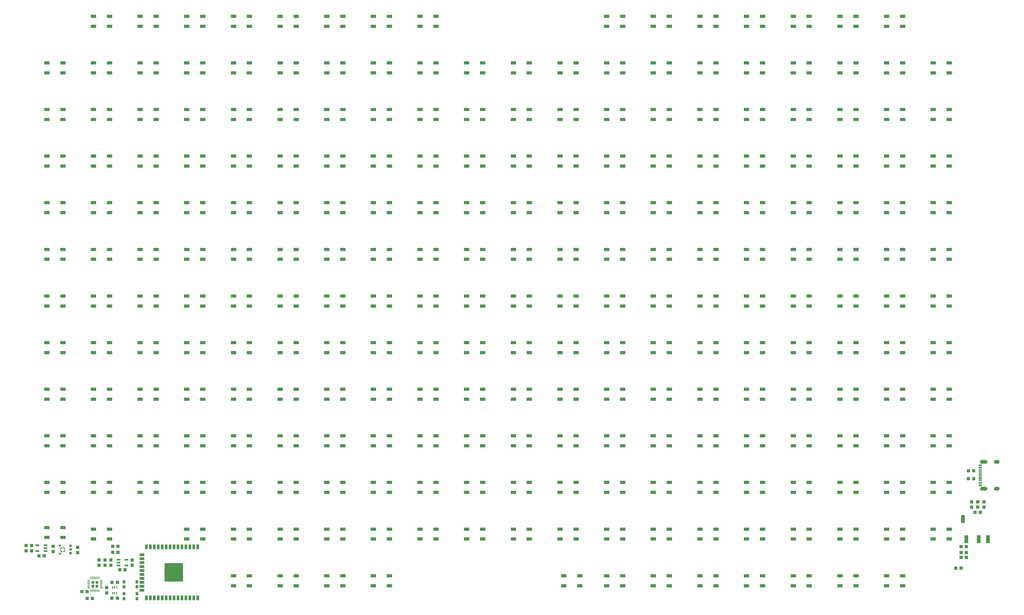
<source format=gtp>
G04 EAGLE Gerber RS-274X export*
G75*
%MOMM*%
%FSLAX34Y34*%
%LPD*%
%INSolderpaste Top*%
%IPPOS*%
%AMOC8*
5,1,8,0,0,1.08239X$1,22.5*%
G01*
%ADD10R,1.000000X1.100000*%
%ADD11R,0.300000X0.660000*%
%ADD12R,1.100000X1.000000*%
%ADD13R,0.900000X1.000000*%
%ADD14R,0.900000X1.500000*%
%ADD15R,1.500000X0.900000*%
%ADD16R,6.000000X6.000000*%
%ADD17R,1.200000X0.550000*%
%ADD18R,1.016000X0.300000*%
%ADD19R,1.016000X0.600000*%
%ADD20R,1.016000X0.550000*%
%ADD21R,1.200000X2.500000*%
%ADD22C,0.030000*%
%ADD23C,0.700000*%
%ADD24C,0.900000*%
%ADD25R,1.651000X1.000000*%

G36*
X3095355Y451584D02*
X3095355Y451584D01*
X3095358Y451581D01*
X3096625Y451786D01*
X3096631Y451792D01*
X3096636Y451789D01*
X3097825Y452271D01*
X3097829Y452278D01*
X3097835Y452276D01*
X3098888Y453010D01*
X3098890Y453018D01*
X3098896Y453017D01*
X3099759Y453967D01*
X3099760Y453976D01*
X3099765Y453976D01*
X3100395Y455095D01*
X3100394Y455103D01*
X3100400Y455105D01*
X3100765Y456335D01*
X3100762Y456342D01*
X3100766Y456345D01*
X3100765Y456345D01*
X3100767Y456346D01*
X3100849Y457627D01*
X3100847Y457631D01*
X3100849Y457633D01*
X3100767Y458914D01*
X3100761Y458920D01*
X3100765Y458925D01*
X3100400Y460155D01*
X3100393Y460160D01*
X3100395Y460165D01*
X3099765Y461284D01*
X3099758Y461287D01*
X3099759Y461293D01*
X3098896Y462243D01*
X3098888Y462244D01*
X3098888Y462250D01*
X3097835Y462984D01*
X3097827Y462984D01*
X3097825Y462989D01*
X3096636Y463471D01*
X3096628Y463469D01*
X3096625Y463474D01*
X3095358Y463679D01*
X3095353Y463676D01*
X3095350Y463679D01*
X3083350Y463679D01*
X3083346Y463676D01*
X3083343Y463679D01*
X3082221Y463524D01*
X3082216Y463519D01*
X3082212Y463522D01*
X3081141Y463151D01*
X3081137Y463145D01*
X3081132Y463147D01*
X3080155Y462574D01*
X3080152Y462568D01*
X3080147Y462569D01*
X3079300Y461816D01*
X3079298Y461809D01*
X3079293Y461809D01*
X3078609Y460906D01*
X3078609Y460899D01*
X3078604Y460898D01*
X3078109Y459879D01*
X3078111Y459872D01*
X3078109Y459871D01*
X3078106Y459870D01*
X3077819Y458773D01*
X3077822Y458767D01*
X3077818Y458764D01*
X3077751Y457633D01*
X3077753Y457629D01*
X3077751Y457627D01*
X3077818Y456496D01*
X3077823Y456491D01*
X3077819Y456487D01*
X3078106Y455390D01*
X3078112Y455386D01*
X3078109Y455381D01*
X3078604Y454362D01*
X3078610Y454359D01*
X3078609Y454354D01*
X3079293Y453451D01*
X3079300Y453449D01*
X3079300Y453444D01*
X3080147Y452691D01*
X3080154Y452691D01*
X3080155Y452686D01*
X3081132Y452113D01*
X3081139Y452114D01*
X3081141Y452109D01*
X3082212Y451738D01*
X3082218Y451741D01*
X3082221Y451736D01*
X3083343Y451581D01*
X3083348Y451584D01*
X3083350Y451581D01*
X3095350Y451581D01*
X3095355Y451584D01*
G37*
G36*
X3095355Y365184D02*
X3095355Y365184D01*
X3095358Y365181D01*
X3096625Y365386D01*
X3096631Y365392D01*
X3096636Y365389D01*
X3097825Y365871D01*
X3097829Y365878D01*
X3097835Y365876D01*
X3098888Y366610D01*
X3098890Y366618D01*
X3098896Y366617D01*
X3099759Y367567D01*
X3099760Y367576D01*
X3099765Y367576D01*
X3100395Y368695D01*
X3100394Y368703D01*
X3100400Y368705D01*
X3100765Y369935D01*
X3100762Y369942D01*
X3100766Y369945D01*
X3100765Y369945D01*
X3100767Y369946D01*
X3100849Y371227D01*
X3100847Y371231D01*
X3100849Y371233D01*
X3100767Y372514D01*
X3100761Y372520D01*
X3100765Y372525D01*
X3100400Y373755D01*
X3100393Y373760D01*
X3100395Y373765D01*
X3099765Y374884D01*
X3099758Y374887D01*
X3099759Y374893D01*
X3098896Y375843D01*
X3098888Y375844D01*
X3098888Y375850D01*
X3097835Y376584D01*
X3097827Y376584D01*
X3097825Y376589D01*
X3096636Y377071D01*
X3096628Y377069D01*
X3096625Y377074D01*
X3095358Y377279D01*
X3095353Y377276D01*
X3095350Y377279D01*
X3083350Y377279D01*
X3083346Y377276D01*
X3083343Y377279D01*
X3082221Y377124D01*
X3082216Y377119D01*
X3082212Y377122D01*
X3081141Y376751D01*
X3081137Y376745D01*
X3081132Y376747D01*
X3080155Y376174D01*
X3080152Y376168D01*
X3080147Y376169D01*
X3079300Y375416D01*
X3079298Y375409D01*
X3079293Y375409D01*
X3078609Y374506D01*
X3078609Y374499D01*
X3078604Y374498D01*
X3078109Y373479D01*
X3078111Y373472D01*
X3078109Y373471D01*
X3078106Y373470D01*
X3077819Y372373D01*
X3077822Y372367D01*
X3077818Y372364D01*
X3077751Y371233D01*
X3077753Y371229D01*
X3077751Y371227D01*
X3077818Y370096D01*
X3077823Y370091D01*
X3077819Y370087D01*
X3078106Y368990D01*
X3078112Y368986D01*
X3078109Y368981D01*
X3078604Y367962D01*
X3078610Y367959D01*
X3078609Y367954D01*
X3079293Y367051D01*
X3079300Y367049D01*
X3079300Y367044D01*
X3080147Y366291D01*
X3080154Y366291D01*
X3080155Y366286D01*
X3081132Y365713D01*
X3081139Y365714D01*
X3081141Y365709D01*
X3082212Y365338D01*
X3082218Y365341D01*
X3082221Y365336D01*
X3083343Y365181D01*
X3083348Y365184D01*
X3083350Y365181D01*
X3095350Y365181D01*
X3095355Y365184D01*
G37*
G36*
X3134154Y365183D02*
X3134154Y365183D01*
X3134156Y365181D01*
X3135485Y365336D01*
X3135491Y365342D01*
X3135495Y365339D01*
X3136756Y365786D01*
X3136761Y365793D01*
X3136766Y365791D01*
X3137896Y366508D01*
X3137899Y366515D01*
X3137905Y366514D01*
X3138847Y367465D01*
X3138848Y367473D01*
X3138854Y367473D01*
X3139561Y368609D01*
X3139561Y368614D01*
X3139562Y368615D01*
X3139561Y368617D01*
X3139566Y368619D01*
X3140002Y369884D01*
X3140000Y369892D01*
X3140005Y369895D01*
X3140149Y371225D01*
X3140145Y371231D01*
X3140149Y371235D01*
X3140039Y372401D01*
X3140034Y372406D01*
X3140037Y372410D01*
X3139702Y373533D01*
X3139696Y373537D01*
X3139698Y373541D01*
X3139150Y374577D01*
X3139144Y374580D01*
X3139145Y374585D01*
X3138406Y375493D01*
X3138399Y375495D01*
X3138399Y375500D01*
X3137497Y376247D01*
X3137490Y376247D01*
X3137489Y376253D01*
X3136458Y376809D01*
X3136451Y376808D01*
X3136449Y376813D01*
X3135330Y377157D01*
X3135323Y377155D01*
X3135320Y377159D01*
X3134155Y377279D01*
X3134152Y377277D01*
X3134150Y377279D01*
X3128150Y377279D01*
X3128147Y377277D01*
X3128145Y377279D01*
X3126969Y377168D01*
X3126964Y377163D01*
X3126960Y377166D01*
X3125828Y376828D01*
X3125824Y376822D01*
X3125819Y376824D01*
X3124775Y376272D01*
X3124772Y376265D01*
X3124767Y376267D01*
X3123851Y375521D01*
X3123850Y375514D01*
X3123844Y375514D01*
X3123091Y374605D01*
X3123091Y374597D01*
X3123086Y374597D01*
X3122525Y373557D01*
X3122526Y373550D01*
X3122521Y373548D01*
X3122174Y372419D01*
X3122176Y372413D01*
X3122172Y372410D01*
X3122051Y371235D01*
X3122055Y371228D01*
X3122051Y371224D01*
X3122208Y369884D01*
X3122213Y369878D01*
X3122210Y369873D01*
X3122661Y368602D01*
X3122668Y368597D01*
X3122666Y368592D01*
X3123388Y367453D01*
X3123396Y367450D01*
X3123395Y367444D01*
X3124353Y366494D01*
X3124361Y366493D01*
X3124362Y366487D01*
X3125507Y365774D01*
X3125516Y365775D01*
X3125517Y365769D01*
X3126793Y365329D01*
X3126800Y365331D01*
X3126802Y365329D01*
X3126803Y365327D01*
X3128145Y365181D01*
X3128148Y365183D01*
X3128150Y365181D01*
X3134150Y365181D01*
X3134154Y365183D01*
G37*
G36*
X3134154Y451583D02*
X3134154Y451583D01*
X3134156Y451581D01*
X3135485Y451736D01*
X3135491Y451742D01*
X3135495Y451739D01*
X3136756Y452186D01*
X3136761Y452193D01*
X3136766Y452191D01*
X3137896Y452908D01*
X3137899Y452915D01*
X3137905Y452914D01*
X3138847Y453865D01*
X3138848Y453873D01*
X3138854Y453873D01*
X3139561Y455009D01*
X3139561Y455014D01*
X3139562Y455015D01*
X3139560Y455017D01*
X3139566Y455019D01*
X3140002Y456284D01*
X3140000Y456292D01*
X3140005Y456295D01*
X3140149Y457625D01*
X3140145Y457631D01*
X3140149Y457635D01*
X3140039Y458801D01*
X3140034Y458806D01*
X3140037Y458810D01*
X3139702Y459933D01*
X3139696Y459937D01*
X3139698Y459941D01*
X3139150Y460977D01*
X3139144Y460980D01*
X3139145Y460985D01*
X3138406Y461893D01*
X3138399Y461895D01*
X3138399Y461900D01*
X3137497Y462647D01*
X3137490Y462647D01*
X3137489Y462653D01*
X3136458Y463209D01*
X3136451Y463208D01*
X3136449Y463213D01*
X3135330Y463557D01*
X3135323Y463555D01*
X3135320Y463559D01*
X3134155Y463679D01*
X3134152Y463677D01*
X3134150Y463679D01*
X3128150Y463679D01*
X3128147Y463677D01*
X3128145Y463679D01*
X3126969Y463568D01*
X3126964Y463563D01*
X3126960Y463566D01*
X3125828Y463228D01*
X3125824Y463222D01*
X3125819Y463224D01*
X3124775Y462672D01*
X3124772Y462665D01*
X3124767Y462667D01*
X3123851Y461921D01*
X3123850Y461914D01*
X3123844Y461914D01*
X3123091Y461005D01*
X3123091Y460997D01*
X3123086Y460997D01*
X3122525Y459957D01*
X3122526Y459950D01*
X3122521Y459948D01*
X3122174Y458819D01*
X3122176Y458813D01*
X3122172Y458810D01*
X3122051Y457635D01*
X3122055Y457628D01*
X3122051Y457624D01*
X3122208Y456284D01*
X3122213Y456278D01*
X3122210Y456273D01*
X3122661Y455002D01*
X3122668Y454997D01*
X3122666Y454992D01*
X3123388Y453853D01*
X3123396Y453850D01*
X3123395Y453844D01*
X3124353Y452894D01*
X3124361Y452893D01*
X3124362Y452887D01*
X3125507Y452174D01*
X3125516Y452175D01*
X3125517Y452169D01*
X3126793Y451729D01*
X3126800Y451731D01*
X3126802Y451729D01*
X3126803Y451727D01*
X3128145Y451581D01*
X3128148Y451583D01*
X3128150Y451581D01*
X3134150Y451581D01*
X3134154Y451583D01*
G37*
G36*
X228865Y65377D02*
X228865Y65377D01*
X228931Y65379D01*
X228974Y65397D01*
X229021Y65405D01*
X229078Y65439D01*
X229138Y65464D01*
X229173Y65495D01*
X229214Y65520D01*
X229256Y65571D01*
X229304Y65615D01*
X229326Y65657D01*
X229355Y65694D01*
X229376Y65756D01*
X229407Y65815D01*
X229415Y65869D01*
X229427Y65906D01*
X229426Y65946D01*
X229434Y66000D01*
X229434Y73500D01*
X229423Y73565D01*
X229421Y73631D01*
X229403Y73674D01*
X229395Y73721D01*
X229361Y73778D01*
X229336Y73838D01*
X229305Y73873D01*
X229280Y73914D01*
X229229Y73956D01*
X229185Y74004D01*
X229143Y74026D01*
X229106Y74055D01*
X229044Y74076D01*
X228985Y74107D01*
X228931Y74115D01*
X228894Y74127D01*
X228854Y74126D01*
X228800Y74134D01*
X221300Y74134D01*
X221235Y74123D01*
X221169Y74121D01*
X221126Y74103D01*
X221079Y74095D01*
X221022Y74061D01*
X220962Y74036D01*
X220927Y74005D01*
X220886Y73980D01*
X220845Y73929D01*
X220796Y73885D01*
X220774Y73843D01*
X220745Y73806D01*
X220724Y73744D01*
X220693Y73685D01*
X220685Y73631D01*
X220673Y73594D01*
X220674Y73554D01*
X220666Y73500D01*
X220666Y66000D01*
X220677Y65935D01*
X220679Y65869D01*
X220697Y65826D01*
X220705Y65779D01*
X220739Y65722D01*
X220764Y65662D01*
X220795Y65627D01*
X220820Y65586D01*
X220871Y65545D01*
X220915Y65496D01*
X220957Y65474D01*
X220994Y65445D01*
X221056Y65424D01*
X221115Y65393D01*
X221169Y65385D01*
X221206Y65373D01*
X221246Y65374D01*
X221300Y65366D01*
X228800Y65366D01*
X228865Y65377D01*
G37*
G36*
X241365Y65377D02*
X241365Y65377D01*
X241431Y65379D01*
X241474Y65397D01*
X241521Y65405D01*
X241578Y65439D01*
X241638Y65464D01*
X241673Y65495D01*
X241714Y65520D01*
X241756Y65571D01*
X241804Y65615D01*
X241826Y65657D01*
X241855Y65694D01*
X241876Y65756D01*
X241907Y65815D01*
X241915Y65869D01*
X241927Y65906D01*
X241926Y65946D01*
X241934Y66000D01*
X241934Y73500D01*
X241923Y73565D01*
X241921Y73631D01*
X241903Y73674D01*
X241895Y73721D01*
X241861Y73778D01*
X241836Y73838D01*
X241805Y73873D01*
X241780Y73914D01*
X241729Y73956D01*
X241685Y74004D01*
X241643Y74026D01*
X241606Y74055D01*
X241544Y74076D01*
X241485Y74107D01*
X241431Y74115D01*
X241394Y74127D01*
X241354Y74126D01*
X241300Y74134D01*
X233800Y74134D01*
X233735Y74123D01*
X233669Y74121D01*
X233626Y74103D01*
X233579Y74095D01*
X233522Y74061D01*
X233462Y74036D01*
X233427Y74005D01*
X233386Y73980D01*
X233345Y73929D01*
X233296Y73885D01*
X233274Y73843D01*
X233245Y73806D01*
X233224Y73744D01*
X233193Y73685D01*
X233185Y73631D01*
X233173Y73594D01*
X233174Y73554D01*
X233166Y73500D01*
X233166Y66000D01*
X233177Y65935D01*
X233179Y65869D01*
X233197Y65826D01*
X233205Y65779D01*
X233239Y65722D01*
X233264Y65662D01*
X233295Y65627D01*
X233320Y65586D01*
X233371Y65545D01*
X233415Y65496D01*
X233457Y65474D01*
X233494Y65445D01*
X233556Y65424D01*
X233615Y65393D01*
X233669Y65385D01*
X233706Y65373D01*
X233746Y65374D01*
X233800Y65366D01*
X241300Y65366D01*
X241365Y65377D01*
G37*
G36*
X241365Y52877D02*
X241365Y52877D01*
X241431Y52879D01*
X241474Y52897D01*
X241521Y52905D01*
X241578Y52939D01*
X241638Y52964D01*
X241673Y52995D01*
X241714Y53020D01*
X241756Y53071D01*
X241804Y53115D01*
X241826Y53157D01*
X241855Y53194D01*
X241876Y53256D01*
X241907Y53315D01*
X241915Y53369D01*
X241927Y53406D01*
X241926Y53446D01*
X241934Y53500D01*
X241934Y61000D01*
X241923Y61065D01*
X241921Y61131D01*
X241903Y61174D01*
X241895Y61221D01*
X241861Y61278D01*
X241836Y61338D01*
X241805Y61373D01*
X241780Y61414D01*
X241729Y61456D01*
X241685Y61504D01*
X241643Y61526D01*
X241606Y61555D01*
X241544Y61576D01*
X241485Y61607D01*
X241431Y61615D01*
X241394Y61627D01*
X241354Y61626D01*
X241300Y61634D01*
X233800Y61634D01*
X233735Y61623D01*
X233669Y61621D01*
X233626Y61603D01*
X233579Y61595D01*
X233522Y61561D01*
X233462Y61536D01*
X233427Y61505D01*
X233386Y61480D01*
X233345Y61429D01*
X233296Y61385D01*
X233274Y61343D01*
X233245Y61306D01*
X233224Y61244D01*
X233193Y61185D01*
X233185Y61131D01*
X233173Y61094D01*
X233174Y61054D01*
X233166Y61000D01*
X233166Y53500D01*
X233177Y53435D01*
X233179Y53369D01*
X233197Y53326D01*
X233205Y53279D01*
X233239Y53222D01*
X233264Y53162D01*
X233295Y53127D01*
X233320Y53086D01*
X233371Y53045D01*
X233415Y52996D01*
X233457Y52974D01*
X233494Y52945D01*
X233556Y52924D01*
X233615Y52893D01*
X233669Y52885D01*
X233706Y52873D01*
X233746Y52874D01*
X233800Y52866D01*
X241300Y52866D01*
X241365Y52877D01*
G37*
G36*
X228865Y52877D02*
X228865Y52877D01*
X228931Y52879D01*
X228974Y52897D01*
X229021Y52905D01*
X229078Y52939D01*
X229138Y52964D01*
X229173Y52995D01*
X229214Y53020D01*
X229256Y53071D01*
X229304Y53115D01*
X229326Y53157D01*
X229355Y53194D01*
X229376Y53256D01*
X229407Y53315D01*
X229415Y53369D01*
X229427Y53406D01*
X229426Y53446D01*
X229434Y53500D01*
X229434Y61000D01*
X229423Y61065D01*
X229421Y61131D01*
X229403Y61174D01*
X229395Y61221D01*
X229361Y61278D01*
X229336Y61338D01*
X229305Y61373D01*
X229280Y61414D01*
X229229Y61456D01*
X229185Y61504D01*
X229143Y61526D01*
X229106Y61555D01*
X229044Y61576D01*
X228985Y61607D01*
X228931Y61615D01*
X228894Y61627D01*
X228854Y61626D01*
X228800Y61634D01*
X221300Y61634D01*
X221235Y61623D01*
X221169Y61621D01*
X221126Y61603D01*
X221079Y61595D01*
X221022Y61561D01*
X220962Y61536D01*
X220927Y61505D01*
X220886Y61480D01*
X220845Y61429D01*
X220796Y61385D01*
X220774Y61343D01*
X220745Y61306D01*
X220724Y61244D01*
X220693Y61185D01*
X220685Y61131D01*
X220673Y61094D01*
X220674Y61054D01*
X220666Y61000D01*
X220666Y53500D01*
X220677Y53435D01*
X220679Y53369D01*
X220697Y53326D01*
X220705Y53279D01*
X220739Y53222D01*
X220764Y53162D01*
X220795Y53127D01*
X220820Y53086D01*
X220871Y53045D01*
X220915Y52996D01*
X220957Y52974D01*
X220994Y52945D01*
X221056Y52924D01*
X221115Y52893D01*
X221169Y52885D01*
X221206Y52873D01*
X221246Y52874D01*
X221300Y52866D01*
X228800Y52866D01*
X228865Y52877D01*
G37*
G36*
X240047Y80087D02*
X240047Y80087D01*
X240042Y80094D01*
X240049Y80100D01*
X240049Y87900D01*
X240013Y87947D01*
X240006Y87942D01*
X240000Y87949D01*
X237600Y87949D01*
X237553Y87913D01*
X237558Y87906D01*
X237551Y87900D01*
X237551Y80100D01*
X237587Y80053D01*
X237594Y80058D01*
X237600Y80051D01*
X240000Y80051D01*
X240047Y80087D01*
G37*
G36*
X225047Y80087D02*
X225047Y80087D01*
X225042Y80094D01*
X225049Y80100D01*
X225049Y87900D01*
X225013Y87947D01*
X225006Y87942D01*
X225000Y87949D01*
X222600Y87949D01*
X222553Y87913D01*
X222558Y87906D01*
X222551Y87900D01*
X222551Y80100D01*
X222587Y80053D01*
X222594Y80058D01*
X222600Y80051D01*
X225000Y80051D01*
X225047Y80087D01*
G37*
G36*
X245047Y80087D02*
X245047Y80087D01*
X245042Y80094D01*
X245049Y80100D01*
X245049Y87900D01*
X245013Y87947D01*
X245006Y87942D01*
X245000Y87949D01*
X242600Y87949D01*
X242553Y87913D01*
X242558Y87906D01*
X242551Y87900D01*
X242551Y80100D01*
X242587Y80053D01*
X242594Y80058D01*
X242600Y80051D01*
X245000Y80051D01*
X245047Y80087D01*
G37*
G36*
X235047Y80087D02*
X235047Y80087D01*
X235042Y80094D01*
X235049Y80100D01*
X235049Y87900D01*
X235013Y87947D01*
X235006Y87942D01*
X235000Y87949D01*
X232600Y87949D01*
X232553Y87913D01*
X232558Y87906D01*
X232551Y87900D01*
X232551Y80100D01*
X232587Y80053D01*
X232594Y80058D01*
X232600Y80051D01*
X235000Y80051D01*
X235047Y80087D01*
G37*
G36*
X230047Y80087D02*
X230047Y80087D01*
X230042Y80094D01*
X230049Y80100D01*
X230049Y87900D01*
X230013Y87947D01*
X230006Y87942D01*
X230000Y87949D01*
X227600Y87949D01*
X227553Y87913D01*
X227558Y87906D01*
X227551Y87900D01*
X227551Y80100D01*
X227587Y80053D01*
X227594Y80058D01*
X227600Y80051D01*
X230000Y80051D01*
X230047Y80087D01*
G37*
G36*
X220047Y80087D02*
X220047Y80087D01*
X220042Y80094D01*
X220049Y80100D01*
X220049Y87900D01*
X220013Y87947D01*
X220006Y87942D01*
X220000Y87949D01*
X217600Y87949D01*
X217553Y87913D01*
X217558Y87906D01*
X217551Y87900D01*
X217551Y80100D01*
X217587Y80053D01*
X217594Y80058D01*
X217600Y80051D01*
X220000Y80051D01*
X220047Y80087D01*
G37*
G36*
X255747Y74787D02*
X255747Y74787D01*
X255742Y74794D01*
X255749Y74800D01*
X255749Y77200D01*
X255713Y77247D01*
X255706Y77242D01*
X255700Y77249D01*
X247900Y77249D01*
X247853Y77213D01*
X247858Y77206D01*
X247851Y77200D01*
X247851Y74800D01*
X247887Y74753D01*
X247894Y74758D01*
X247900Y74751D01*
X255700Y74751D01*
X255747Y74787D01*
G37*
G36*
X214747Y74787D02*
X214747Y74787D01*
X214742Y74794D01*
X214749Y74800D01*
X214749Y77200D01*
X214713Y77247D01*
X214706Y77242D01*
X214700Y77249D01*
X206900Y77249D01*
X206853Y77213D01*
X206858Y77206D01*
X206851Y77200D01*
X206851Y74800D01*
X206887Y74753D01*
X206894Y74758D01*
X206900Y74751D01*
X214700Y74751D01*
X214747Y74787D01*
G37*
G36*
X255747Y69787D02*
X255747Y69787D01*
X255742Y69794D01*
X255749Y69800D01*
X255749Y72200D01*
X255713Y72247D01*
X255706Y72242D01*
X255700Y72249D01*
X247900Y72249D01*
X247853Y72213D01*
X247858Y72206D01*
X247851Y72200D01*
X247851Y69800D01*
X247887Y69753D01*
X247894Y69758D01*
X247900Y69751D01*
X255700Y69751D01*
X255747Y69787D01*
G37*
G36*
X214747Y69787D02*
X214747Y69787D01*
X214742Y69794D01*
X214749Y69800D01*
X214749Y72200D01*
X214713Y72247D01*
X214706Y72242D01*
X214700Y72249D01*
X206900Y72249D01*
X206853Y72213D01*
X206858Y72206D01*
X206851Y72200D01*
X206851Y69800D01*
X206887Y69753D01*
X206894Y69758D01*
X206900Y69751D01*
X214700Y69751D01*
X214747Y69787D01*
G37*
G36*
X255747Y64787D02*
X255747Y64787D01*
X255742Y64794D01*
X255749Y64800D01*
X255749Y67200D01*
X255713Y67247D01*
X255706Y67242D01*
X255700Y67249D01*
X247900Y67249D01*
X247853Y67213D01*
X247858Y67206D01*
X247851Y67200D01*
X247851Y64800D01*
X247887Y64753D01*
X247894Y64758D01*
X247900Y64751D01*
X255700Y64751D01*
X255747Y64787D01*
G37*
G36*
X214747Y64787D02*
X214747Y64787D01*
X214742Y64794D01*
X214749Y64800D01*
X214749Y67200D01*
X214713Y67247D01*
X214706Y67242D01*
X214700Y67249D01*
X206900Y67249D01*
X206853Y67213D01*
X206858Y67206D01*
X206851Y67200D01*
X206851Y64800D01*
X206887Y64753D01*
X206894Y64758D01*
X206900Y64751D01*
X214700Y64751D01*
X214747Y64787D01*
G37*
G36*
X214747Y59787D02*
X214747Y59787D01*
X214742Y59794D01*
X214749Y59800D01*
X214749Y62200D01*
X214713Y62247D01*
X214706Y62242D01*
X214700Y62249D01*
X206900Y62249D01*
X206853Y62213D01*
X206858Y62206D01*
X206851Y62200D01*
X206851Y59800D01*
X206887Y59753D01*
X206894Y59758D01*
X206900Y59751D01*
X214700Y59751D01*
X214747Y59787D01*
G37*
G36*
X255747Y59787D02*
X255747Y59787D01*
X255742Y59794D01*
X255749Y59800D01*
X255749Y62200D01*
X255713Y62247D01*
X255706Y62242D01*
X255700Y62249D01*
X247900Y62249D01*
X247853Y62213D01*
X247858Y62206D01*
X247851Y62200D01*
X247851Y59800D01*
X247887Y59753D01*
X247894Y59758D01*
X247900Y59751D01*
X255700Y59751D01*
X255747Y59787D01*
G37*
G36*
X255747Y54787D02*
X255747Y54787D01*
X255742Y54794D01*
X255749Y54800D01*
X255749Y57200D01*
X255713Y57247D01*
X255706Y57242D01*
X255700Y57249D01*
X247900Y57249D01*
X247853Y57213D01*
X247858Y57206D01*
X247851Y57200D01*
X247851Y54800D01*
X247887Y54753D01*
X247894Y54758D01*
X247900Y54751D01*
X255700Y54751D01*
X255747Y54787D01*
G37*
G36*
X214747Y54787D02*
X214747Y54787D01*
X214742Y54794D01*
X214749Y54800D01*
X214749Y57200D01*
X214713Y57247D01*
X214706Y57242D01*
X214700Y57249D01*
X206900Y57249D01*
X206853Y57213D01*
X206858Y57206D01*
X206851Y57200D01*
X206851Y54800D01*
X206887Y54753D01*
X206894Y54758D01*
X206900Y54751D01*
X214700Y54751D01*
X214747Y54787D01*
G37*
G36*
X255747Y49787D02*
X255747Y49787D01*
X255742Y49794D01*
X255749Y49800D01*
X255749Y52200D01*
X255713Y52247D01*
X255706Y52242D01*
X255700Y52249D01*
X247900Y52249D01*
X247853Y52213D01*
X247858Y52206D01*
X247851Y52200D01*
X247851Y49800D01*
X247887Y49753D01*
X247894Y49758D01*
X247900Y49751D01*
X255700Y49751D01*
X255747Y49787D01*
G37*
G36*
X214747Y49787D02*
X214747Y49787D01*
X214742Y49794D01*
X214749Y49800D01*
X214749Y52200D01*
X214713Y52247D01*
X214706Y52242D01*
X214700Y52249D01*
X206900Y52249D01*
X206853Y52213D01*
X206858Y52206D01*
X206851Y52200D01*
X206851Y49800D01*
X206887Y49753D01*
X206894Y49758D01*
X206900Y49751D01*
X214700Y49751D01*
X214747Y49787D01*
G37*
G36*
X230047Y39087D02*
X230047Y39087D01*
X230042Y39094D01*
X230049Y39100D01*
X230049Y46900D01*
X230013Y46947D01*
X230006Y46942D01*
X230000Y46949D01*
X227600Y46949D01*
X227553Y46913D01*
X227558Y46906D01*
X227551Y46900D01*
X227551Y39100D01*
X227587Y39053D01*
X227594Y39058D01*
X227600Y39051D01*
X230000Y39051D01*
X230047Y39087D01*
G37*
G36*
X240047Y39087D02*
X240047Y39087D01*
X240042Y39094D01*
X240049Y39100D01*
X240049Y46900D01*
X240013Y46947D01*
X240006Y46942D01*
X240000Y46949D01*
X237600Y46949D01*
X237553Y46913D01*
X237558Y46906D01*
X237551Y46900D01*
X237551Y39100D01*
X237587Y39053D01*
X237594Y39058D01*
X237600Y39051D01*
X240000Y39051D01*
X240047Y39087D01*
G37*
G36*
X220047Y39087D02*
X220047Y39087D01*
X220042Y39094D01*
X220049Y39100D01*
X220049Y46900D01*
X220013Y46947D01*
X220006Y46942D01*
X220000Y46949D01*
X217600Y46949D01*
X217553Y46913D01*
X217558Y46906D01*
X217551Y46900D01*
X217551Y39100D01*
X217587Y39053D01*
X217594Y39058D01*
X217600Y39051D01*
X220000Y39051D01*
X220047Y39087D01*
G37*
G36*
X235047Y39087D02*
X235047Y39087D01*
X235042Y39094D01*
X235049Y39100D01*
X235049Y46900D01*
X235013Y46947D01*
X235006Y46942D01*
X235000Y46949D01*
X232600Y46949D01*
X232553Y46913D01*
X232558Y46906D01*
X232551Y46900D01*
X232551Y39100D01*
X232587Y39053D01*
X232594Y39058D01*
X232600Y39051D01*
X235000Y39051D01*
X235047Y39087D01*
G37*
G36*
X225047Y39087D02*
X225047Y39087D01*
X225042Y39094D01*
X225049Y39100D01*
X225049Y46900D01*
X225013Y46947D01*
X225006Y46942D01*
X225000Y46949D01*
X222600Y46949D01*
X222553Y46913D01*
X222558Y46906D01*
X222551Y46900D01*
X222551Y39100D01*
X222587Y39053D01*
X222594Y39058D01*
X222600Y39051D01*
X225000Y39051D01*
X225047Y39087D01*
G37*
G36*
X245047Y39087D02*
X245047Y39087D01*
X245042Y39094D01*
X245049Y39100D01*
X245049Y46900D01*
X245013Y46947D01*
X245006Y46942D01*
X245000Y46949D01*
X242600Y46949D01*
X242553Y46913D01*
X242558Y46906D01*
X242551Y46900D01*
X242551Y39100D01*
X242587Y39053D01*
X242594Y39058D01*
X242600Y39051D01*
X245000Y39051D01*
X245047Y39087D01*
G37*
D10*
X27450Y171200D03*
X27450Y188200D03*
D11*
X288300Y35250D03*
X294800Y53650D03*
X301300Y53650D03*
X288300Y53650D03*
X294800Y35250D03*
X301300Y35250D03*
D12*
X206600Y17900D03*
X223600Y17900D03*
X286300Y19050D03*
X303300Y19050D03*
X286300Y69850D03*
X303300Y69850D03*
D10*
X269400Y52950D03*
X269400Y35950D03*
D13*
X325100Y55500D03*
X325100Y71500D03*
X366100Y71500D03*
X366100Y55500D03*
X366100Y33400D03*
X366100Y17400D03*
X325100Y17400D03*
X325100Y33400D03*
D14*
X562300Y183980D03*
X549600Y183980D03*
X536900Y183980D03*
X524200Y183980D03*
X511500Y183980D03*
X498800Y183980D03*
X486100Y183980D03*
X473400Y183980D03*
X460700Y183980D03*
X448000Y183980D03*
X435300Y183980D03*
X422600Y183980D03*
X409900Y183980D03*
X397200Y183980D03*
D15*
X382300Y158750D03*
X382300Y146050D03*
X382300Y133350D03*
X382300Y120650D03*
X382300Y107950D03*
X382300Y95250D03*
X382300Y82550D03*
X382300Y69850D03*
X382300Y57150D03*
X382300Y44450D03*
D14*
X397200Y19220D03*
X409900Y19220D03*
X422600Y19220D03*
X435300Y19220D03*
X448000Y19220D03*
X460700Y19220D03*
X473400Y19220D03*
X486100Y19220D03*
X498800Y19220D03*
X511500Y19220D03*
X524200Y19220D03*
X536900Y19220D03*
X549600Y19220D03*
X562300Y19220D03*
D16*
X485300Y101600D03*
D17*
X72201Y170200D03*
X72201Y179700D03*
X72201Y189200D03*
X46199Y189200D03*
X46199Y170200D03*
D18*
X3078610Y421930D03*
X3078610Y416930D03*
D19*
X3078610Y446680D03*
D20*
X3078610Y438930D03*
D18*
X3078610Y431930D03*
X3078610Y426930D03*
X3078610Y406930D03*
X3078610Y411930D03*
D19*
X3078610Y382180D03*
D20*
X3078610Y389930D03*
D18*
X3078610Y396930D03*
X3078610Y401930D03*
D12*
X3039900Y428400D03*
X3056900Y428400D03*
X3039900Y403000D03*
X3056900Y403000D03*
D21*
X3033000Y208500D03*
X3022000Y273500D03*
X3073000Y208500D03*
X3103000Y208500D03*
D22*
X135047Y177583D02*
X132462Y176803D01*
X132413Y176947D01*
X132360Y177089D01*
X132303Y177230D01*
X132243Y177369D01*
X132179Y177507D01*
X132112Y177643D01*
X132042Y177778D01*
X131968Y177910D01*
X131890Y178041D01*
X131809Y178169D01*
X131725Y178296D01*
X131638Y178420D01*
X131548Y178542D01*
X131454Y178662D01*
X131358Y178779D01*
X131259Y178894D01*
X131156Y179006D01*
X131051Y179115D01*
X130943Y179222D01*
X130833Y179326D01*
X130719Y179427D01*
X130604Y179526D01*
X130485Y179621D01*
X130365Y179713D01*
X130242Y179802D01*
X130117Y179888D01*
X129989Y179971D01*
X129860Y180050D01*
X129729Y180126D01*
X129595Y180199D01*
X129460Y180268D01*
X129323Y180334D01*
X129185Y180397D01*
X129045Y180455D01*
X128904Y180511D01*
X128761Y180562D01*
X128617Y180610D01*
X129370Y183203D01*
X129568Y183139D01*
X129764Y183071D01*
X129958Y182998D01*
X130151Y182920D01*
X130341Y182838D01*
X130530Y182751D01*
X130716Y182659D01*
X130900Y182563D01*
X131082Y182463D01*
X131261Y182358D01*
X131438Y182249D01*
X131612Y182136D01*
X131783Y182019D01*
X131952Y181898D01*
X132117Y181772D01*
X132280Y181643D01*
X132439Y181510D01*
X132595Y181373D01*
X132748Y181232D01*
X132897Y181088D01*
X133043Y180940D01*
X133185Y180789D01*
X133323Y180634D01*
X133458Y180476D01*
X133589Y180315D01*
X133716Y180151D01*
X133839Y179984D01*
X133958Y179814D01*
X134073Y179641D01*
X134184Y179465D01*
X134290Y179287D01*
X134392Y179106D01*
X134490Y178923D01*
X134583Y178738D01*
X134672Y178550D01*
X134757Y178360D01*
X134836Y178169D01*
X134912Y177975D01*
X134982Y177780D01*
X135048Y177583D01*
X134776Y177501D01*
X134712Y177691D01*
X134644Y177880D01*
X134571Y178067D01*
X134494Y178252D01*
X134413Y178435D01*
X134327Y178616D01*
X134237Y178795D01*
X134142Y178972D01*
X134043Y179147D01*
X133940Y179319D01*
X133833Y179488D01*
X133722Y179655D01*
X133607Y179820D01*
X133489Y179981D01*
X133366Y180140D01*
X133239Y180295D01*
X133109Y180448D01*
X132975Y180597D01*
X132838Y180743D01*
X132697Y180886D01*
X132553Y181026D01*
X132405Y181161D01*
X132255Y181294D01*
X132101Y181422D01*
X131944Y181547D01*
X131784Y181668D01*
X131622Y181786D01*
X131456Y181899D01*
X131288Y182008D01*
X131117Y182113D01*
X130944Y182215D01*
X130769Y182312D01*
X130591Y182404D01*
X130411Y182493D01*
X130229Y182577D01*
X130045Y182656D01*
X129859Y182732D01*
X129671Y182802D01*
X129482Y182869D01*
X129291Y182930D01*
X129212Y182658D01*
X129396Y182598D01*
X129578Y182534D01*
X129759Y182466D01*
X129939Y182393D01*
X130116Y182316D01*
X130292Y182235D01*
X130465Y182149D01*
X130637Y182060D01*
X130806Y181966D01*
X130973Y181869D01*
X131138Y181767D01*
X131300Y181662D01*
X131460Y181552D01*
X131617Y181439D01*
X131771Y181322D01*
X131922Y181202D01*
X132071Y181078D01*
X132216Y180950D01*
X132358Y180819D01*
X132497Y180684D01*
X132633Y180547D01*
X132766Y180406D01*
X132895Y180262D01*
X133020Y180114D01*
X133143Y179964D01*
X133261Y179811D01*
X133376Y179656D01*
X133487Y179497D01*
X133594Y179336D01*
X133697Y179172D01*
X133796Y179006D01*
X133892Y178838D01*
X133983Y178667D01*
X134070Y178495D01*
X134153Y178320D01*
X134232Y178143D01*
X134306Y177965D01*
X134377Y177784D01*
X134442Y177602D01*
X134504Y177419D01*
X134232Y177337D01*
X134171Y177518D01*
X134106Y177698D01*
X134036Y177876D01*
X133962Y178052D01*
X133883Y178226D01*
X133801Y178399D01*
X133714Y178569D01*
X133623Y178737D01*
X133528Y178903D01*
X133429Y179067D01*
X133325Y179228D01*
X133218Y179386D01*
X133107Y179542D01*
X132993Y179695D01*
X132874Y179845D01*
X132752Y179992D01*
X132627Y180136D01*
X132498Y180277D01*
X132365Y180415D01*
X132229Y180549D01*
X132090Y180680D01*
X131948Y180808D01*
X131802Y180932D01*
X131654Y181053D01*
X131503Y181170D01*
X131349Y181283D01*
X131192Y181392D01*
X131032Y181498D01*
X130870Y181599D01*
X130706Y181697D01*
X130539Y181790D01*
X130370Y181879D01*
X130199Y181964D01*
X130026Y182045D01*
X129850Y182122D01*
X129673Y182194D01*
X129495Y182262D01*
X129314Y182326D01*
X129133Y182385D01*
X129053Y182112D01*
X129228Y182055D01*
X129402Y181994D01*
X129573Y181928D01*
X129744Y181859D01*
X129912Y181785D01*
X130079Y181707D01*
X130243Y181625D01*
X130406Y181539D01*
X130566Y181449D01*
X130725Y181355D01*
X130881Y181257D01*
X131034Y181156D01*
X131185Y181051D01*
X131333Y180942D01*
X131479Y180829D01*
X131621Y180713D01*
X131761Y180594D01*
X131898Y180471D01*
X132032Y180345D01*
X132163Y180216D01*
X132290Y180083D01*
X132414Y179947D01*
X132535Y179809D01*
X132653Y179667D01*
X132767Y179523D01*
X132877Y179376D01*
X132984Y179226D01*
X133087Y179073D01*
X133186Y178919D01*
X133282Y178761D01*
X133373Y178602D01*
X133461Y178440D01*
X133544Y178276D01*
X133624Y178110D01*
X133700Y177943D01*
X133771Y177773D01*
X133838Y177602D01*
X133901Y177429D01*
X133960Y177255D01*
X133688Y177173D01*
X133632Y177340D01*
X133571Y177506D01*
X133506Y177671D01*
X133437Y177833D01*
X133365Y177995D01*
X133288Y178154D01*
X133208Y178311D01*
X133124Y178466D01*
X133035Y178620D01*
X132944Y178771D01*
X132848Y178919D01*
X132749Y179066D01*
X132647Y179210D01*
X132541Y179351D01*
X132431Y179490D01*
X132318Y179626D01*
X132202Y179759D01*
X132083Y179889D01*
X131960Y180016D01*
X131835Y180141D01*
X131706Y180262D01*
X131575Y180380D01*
X131440Y180495D01*
X131303Y180606D01*
X131163Y180714D01*
X131021Y180819D01*
X130876Y180920D01*
X130729Y181017D01*
X130579Y181111D01*
X130427Y181201D01*
X130273Y181288D01*
X130117Y181371D01*
X129959Y181449D01*
X129799Y181524D01*
X129637Y181595D01*
X129474Y181663D01*
X129309Y181726D01*
X129142Y181785D01*
X128974Y181839D01*
X128895Y181567D01*
X129056Y181514D01*
X129215Y181457D01*
X129374Y181397D01*
X129530Y181332D01*
X129686Y181264D01*
X129839Y181192D01*
X129991Y181116D01*
X130140Y181037D01*
X130288Y180954D01*
X130434Y180867D01*
X130577Y180777D01*
X130718Y180684D01*
X130857Y180587D01*
X130994Y180486D01*
X131128Y180383D01*
X131259Y180276D01*
X131388Y180166D01*
X131514Y180052D01*
X131638Y179936D01*
X131758Y179817D01*
X131875Y179695D01*
X131990Y179570D01*
X132101Y179442D01*
X132210Y179312D01*
X132315Y179179D01*
X132416Y179043D01*
X132515Y178905D01*
X132610Y178765D01*
X132701Y178623D01*
X132789Y178478D01*
X132874Y178331D01*
X132955Y178182D01*
X133032Y178031D01*
X133106Y177879D01*
X133175Y177724D01*
X133241Y177568D01*
X133303Y177410D01*
X133362Y177251D01*
X133416Y177091D01*
X133144Y177009D01*
X133092Y177162D01*
X133036Y177315D01*
X132976Y177465D01*
X132913Y177615D01*
X132846Y177763D01*
X132776Y177909D01*
X132702Y178053D01*
X132624Y178196D01*
X132543Y178336D01*
X132459Y178475D01*
X132371Y178611D01*
X132280Y178745D01*
X132186Y178877D01*
X132089Y179007D01*
X131988Y179134D01*
X131884Y179259D01*
X131778Y179381D01*
X131668Y179501D01*
X131556Y179618D01*
X131440Y179732D01*
X131322Y179843D01*
X131202Y179952D01*
X131078Y180057D01*
X130953Y180159D01*
X130824Y180259D01*
X130694Y180355D01*
X130561Y180448D01*
X130425Y180537D01*
X130288Y180623D01*
X130149Y180706D01*
X130007Y180786D01*
X129864Y180862D01*
X129719Y180935D01*
X129572Y181004D01*
X129424Y181069D01*
X129274Y181131D01*
X129122Y181189D01*
X128970Y181243D01*
X128815Y181294D01*
X128736Y181021D01*
X128887Y180971D01*
X129037Y180918D01*
X129185Y180860D01*
X129332Y180799D01*
X129477Y180735D01*
X129621Y180666D01*
X129763Y180595D01*
X129903Y180519D01*
X130041Y180440D01*
X130177Y180358D01*
X130311Y180273D01*
X130443Y180184D01*
X130573Y180092D01*
X130700Y179996D01*
X130825Y179898D01*
X130947Y179796D01*
X131067Y179691D01*
X131184Y179584D01*
X131299Y179473D01*
X131410Y179360D01*
X131519Y179244D01*
X131625Y179125D01*
X131728Y179004D01*
X131827Y178880D01*
X131924Y178754D01*
X132018Y178625D01*
X132108Y178494D01*
X132195Y178361D01*
X132278Y178226D01*
X132359Y178088D01*
X132435Y177949D01*
X132509Y177808D01*
X132578Y177665D01*
X132644Y177520D01*
X132707Y177374D01*
X132766Y177226D01*
X132821Y177077D01*
X132872Y176927D01*
X132600Y176845D01*
X132551Y176988D01*
X132498Y177130D01*
X132442Y177271D01*
X132383Y177410D01*
X132319Y177548D01*
X132253Y177684D01*
X132183Y177819D01*
X132110Y177952D01*
X132033Y178083D01*
X131953Y178211D01*
X131870Y178338D01*
X131784Y178463D01*
X131695Y178586D01*
X131603Y178706D01*
X131508Y178824D01*
X131410Y178940D01*
X131309Y179053D01*
X131205Y179164D01*
X131099Y179272D01*
X130990Y179377D01*
X130878Y179479D01*
X130764Y179579D01*
X130647Y179676D01*
X130528Y179770D01*
X130407Y179861D01*
X130284Y179949D01*
X130158Y180034D01*
X130030Y180115D01*
X129900Y180194D01*
X129769Y180269D01*
X129635Y180341D01*
X129500Y180409D01*
X129363Y180475D01*
X129225Y180536D01*
X129085Y180595D01*
X128943Y180649D01*
X128801Y180701D01*
X128657Y180748D01*
X129383Y167153D02*
X128603Y169738D01*
X128747Y169787D01*
X128889Y169840D01*
X129030Y169897D01*
X129169Y169957D01*
X129307Y170021D01*
X129443Y170088D01*
X129578Y170158D01*
X129710Y170232D01*
X129841Y170310D01*
X129969Y170391D01*
X130096Y170475D01*
X130220Y170562D01*
X130342Y170652D01*
X130462Y170746D01*
X130579Y170842D01*
X130694Y170941D01*
X130806Y171044D01*
X130915Y171149D01*
X131022Y171257D01*
X131126Y171367D01*
X131227Y171481D01*
X131326Y171596D01*
X131421Y171715D01*
X131513Y171835D01*
X131602Y171958D01*
X131688Y172083D01*
X131771Y172211D01*
X131850Y172340D01*
X131926Y172471D01*
X131999Y172605D01*
X132068Y172740D01*
X132134Y172877D01*
X132197Y173015D01*
X132255Y173155D01*
X132311Y173296D01*
X132362Y173439D01*
X132410Y173583D01*
X135003Y172830D01*
X134939Y172632D01*
X134871Y172436D01*
X134798Y172242D01*
X134720Y172049D01*
X134638Y171859D01*
X134551Y171670D01*
X134459Y171484D01*
X134363Y171300D01*
X134263Y171118D01*
X134158Y170939D01*
X134049Y170762D01*
X133936Y170588D01*
X133819Y170417D01*
X133698Y170248D01*
X133572Y170083D01*
X133443Y169920D01*
X133310Y169761D01*
X133173Y169605D01*
X133032Y169452D01*
X132888Y169303D01*
X132740Y169157D01*
X132589Y169015D01*
X132434Y168877D01*
X132276Y168742D01*
X132115Y168611D01*
X131951Y168484D01*
X131784Y168361D01*
X131614Y168242D01*
X131441Y168127D01*
X131265Y168016D01*
X131087Y167910D01*
X130906Y167808D01*
X130723Y167710D01*
X130538Y167617D01*
X130350Y167528D01*
X130160Y167443D01*
X129969Y167364D01*
X129775Y167288D01*
X129580Y167218D01*
X129383Y167152D01*
X129301Y167424D01*
X129491Y167488D01*
X129680Y167556D01*
X129867Y167629D01*
X130052Y167706D01*
X130235Y167787D01*
X130416Y167873D01*
X130595Y167963D01*
X130772Y168058D01*
X130947Y168157D01*
X131119Y168260D01*
X131288Y168367D01*
X131455Y168478D01*
X131620Y168593D01*
X131781Y168711D01*
X131940Y168834D01*
X132095Y168961D01*
X132248Y169091D01*
X132397Y169225D01*
X132543Y169362D01*
X132686Y169503D01*
X132826Y169647D01*
X132961Y169795D01*
X133094Y169945D01*
X133222Y170099D01*
X133347Y170256D01*
X133468Y170416D01*
X133586Y170578D01*
X133699Y170744D01*
X133808Y170912D01*
X133913Y171083D01*
X134015Y171256D01*
X134112Y171431D01*
X134204Y171609D01*
X134293Y171789D01*
X134377Y171971D01*
X134456Y172155D01*
X134532Y172341D01*
X134602Y172529D01*
X134669Y172718D01*
X134730Y172909D01*
X134458Y172988D01*
X134398Y172804D01*
X134334Y172622D01*
X134266Y172441D01*
X134193Y172261D01*
X134116Y172084D01*
X134035Y171908D01*
X133949Y171735D01*
X133860Y171563D01*
X133766Y171394D01*
X133669Y171227D01*
X133567Y171062D01*
X133462Y170900D01*
X133352Y170740D01*
X133239Y170583D01*
X133122Y170429D01*
X133002Y170278D01*
X132878Y170129D01*
X132750Y169984D01*
X132619Y169842D01*
X132484Y169703D01*
X132347Y169567D01*
X132206Y169434D01*
X132062Y169305D01*
X131914Y169180D01*
X131764Y169057D01*
X131611Y168939D01*
X131456Y168824D01*
X131297Y168713D01*
X131136Y168606D01*
X130972Y168503D01*
X130806Y168404D01*
X130638Y168308D01*
X130467Y168217D01*
X130295Y168130D01*
X130120Y168047D01*
X129943Y167968D01*
X129765Y167894D01*
X129584Y167823D01*
X129402Y167758D01*
X129219Y167696D01*
X129137Y167968D01*
X129318Y168029D01*
X129498Y168094D01*
X129676Y168164D01*
X129852Y168238D01*
X130026Y168317D01*
X130199Y168399D01*
X130369Y168486D01*
X130537Y168577D01*
X130703Y168672D01*
X130867Y168771D01*
X131028Y168875D01*
X131186Y168982D01*
X131342Y169093D01*
X131495Y169207D01*
X131645Y169326D01*
X131792Y169448D01*
X131936Y169573D01*
X132077Y169702D01*
X132215Y169835D01*
X132349Y169971D01*
X132480Y170110D01*
X132608Y170252D01*
X132732Y170398D01*
X132853Y170546D01*
X132970Y170697D01*
X133083Y170851D01*
X133192Y171008D01*
X133298Y171168D01*
X133399Y171330D01*
X133497Y171494D01*
X133590Y171661D01*
X133679Y171830D01*
X133764Y172001D01*
X133845Y172174D01*
X133922Y172350D01*
X133994Y172527D01*
X134062Y172705D01*
X134126Y172886D01*
X134185Y173067D01*
X133912Y173147D01*
X133855Y172972D01*
X133794Y172798D01*
X133728Y172627D01*
X133659Y172456D01*
X133585Y172288D01*
X133507Y172121D01*
X133425Y171957D01*
X133339Y171794D01*
X133249Y171634D01*
X133155Y171475D01*
X133057Y171319D01*
X132956Y171166D01*
X132851Y171015D01*
X132742Y170867D01*
X132629Y170721D01*
X132513Y170579D01*
X132394Y170439D01*
X132271Y170302D01*
X132145Y170168D01*
X132016Y170037D01*
X131883Y169910D01*
X131747Y169786D01*
X131609Y169665D01*
X131467Y169547D01*
X131323Y169433D01*
X131176Y169323D01*
X131026Y169216D01*
X130873Y169113D01*
X130719Y169014D01*
X130561Y168918D01*
X130402Y168827D01*
X130240Y168739D01*
X130076Y168656D01*
X129910Y168576D01*
X129743Y168500D01*
X129573Y168429D01*
X129402Y168362D01*
X129229Y168299D01*
X129055Y168240D01*
X128973Y168512D01*
X129140Y168568D01*
X129306Y168629D01*
X129471Y168694D01*
X129633Y168763D01*
X129795Y168835D01*
X129954Y168912D01*
X130111Y168992D01*
X130266Y169076D01*
X130420Y169165D01*
X130571Y169256D01*
X130719Y169352D01*
X130866Y169451D01*
X131010Y169553D01*
X131151Y169659D01*
X131290Y169769D01*
X131426Y169882D01*
X131559Y169998D01*
X131689Y170117D01*
X131816Y170240D01*
X131941Y170365D01*
X132062Y170494D01*
X132180Y170625D01*
X132295Y170760D01*
X132406Y170897D01*
X132514Y171037D01*
X132619Y171179D01*
X132720Y171324D01*
X132817Y171471D01*
X132911Y171621D01*
X133001Y171773D01*
X133088Y171927D01*
X133171Y172083D01*
X133249Y172241D01*
X133324Y172401D01*
X133395Y172563D01*
X133463Y172726D01*
X133526Y172891D01*
X133585Y173058D01*
X133639Y173226D01*
X133367Y173305D01*
X133314Y173144D01*
X133257Y172985D01*
X133197Y172826D01*
X133132Y172670D01*
X133064Y172514D01*
X132992Y172361D01*
X132916Y172209D01*
X132837Y172060D01*
X132754Y171912D01*
X132667Y171766D01*
X132577Y171623D01*
X132484Y171482D01*
X132387Y171343D01*
X132286Y171206D01*
X132183Y171072D01*
X132076Y170941D01*
X131966Y170812D01*
X131852Y170686D01*
X131736Y170562D01*
X131617Y170442D01*
X131495Y170325D01*
X131370Y170210D01*
X131242Y170099D01*
X131112Y169990D01*
X130979Y169885D01*
X130843Y169784D01*
X130705Y169685D01*
X130565Y169590D01*
X130423Y169499D01*
X130278Y169411D01*
X130131Y169326D01*
X129982Y169245D01*
X129831Y169168D01*
X129679Y169094D01*
X129524Y169025D01*
X129368Y168959D01*
X129210Y168897D01*
X129051Y168838D01*
X128891Y168784D01*
X128809Y169056D01*
X128962Y169108D01*
X129115Y169164D01*
X129265Y169224D01*
X129415Y169287D01*
X129563Y169354D01*
X129709Y169424D01*
X129853Y169498D01*
X129996Y169576D01*
X130136Y169657D01*
X130275Y169741D01*
X130411Y169829D01*
X130545Y169920D01*
X130677Y170014D01*
X130807Y170111D01*
X130934Y170212D01*
X131059Y170316D01*
X131181Y170422D01*
X131301Y170532D01*
X131418Y170644D01*
X131532Y170760D01*
X131643Y170878D01*
X131752Y170998D01*
X131857Y171122D01*
X131959Y171247D01*
X132059Y171376D01*
X132155Y171506D01*
X132248Y171639D01*
X132337Y171775D01*
X132423Y171912D01*
X132506Y172051D01*
X132586Y172193D01*
X132662Y172336D01*
X132735Y172481D01*
X132804Y172628D01*
X132869Y172776D01*
X132931Y172926D01*
X132989Y173078D01*
X133043Y173230D01*
X133094Y173385D01*
X132821Y173464D01*
X132771Y173313D01*
X132718Y173163D01*
X132660Y173015D01*
X132599Y172868D01*
X132535Y172723D01*
X132466Y172579D01*
X132395Y172437D01*
X132319Y172297D01*
X132240Y172159D01*
X132158Y172023D01*
X132073Y171889D01*
X131984Y171757D01*
X131892Y171627D01*
X131796Y171500D01*
X131698Y171375D01*
X131596Y171253D01*
X131491Y171133D01*
X131384Y171016D01*
X131273Y170901D01*
X131160Y170790D01*
X131044Y170681D01*
X130925Y170575D01*
X130804Y170472D01*
X130680Y170373D01*
X130554Y170276D01*
X130425Y170182D01*
X130294Y170092D01*
X130161Y170005D01*
X130026Y169922D01*
X129888Y169841D01*
X129749Y169765D01*
X129608Y169691D01*
X129465Y169622D01*
X129320Y169556D01*
X129174Y169493D01*
X129026Y169434D01*
X128877Y169379D01*
X128727Y169328D01*
X128645Y169600D01*
X128788Y169649D01*
X128930Y169702D01*
X129071Y169758D01*
X129210Y169817D01*
X129348Y169881D01*
X129484Y169947D01*
X129619Y170017D01*
X129752Y170090D01*
X129883Y170167D01*
X130011Y170247D01*
X130138Y170330D01*
X130263Y170416D01*
X130386Y170505D01*
X130506Y170597D01*
X130624Y170692D01*
X130740Y170790D01*
X130853Y170891D01*
X130964Y170995D01*
X131072Y171101D01*
X131177Y171210D01*
X131279Y171322D01*
X131379Y171436D01*
X131476Y171553D01*
X131570Y171672D01*
X131661Y171793D01*
X131749Y171916D01*
X131834Y172042D01*
X131915Y172170D01*
X131994Y172300D01*
X132069Y172431D01*
X132141Y172565D01*
X132209Y172700D01*
X132275Y172837D01*
X132336Y172975D01*
X132395Y173115D01*
X132449Y173257D01*
X132501Y173399D01*
X132548Y173543D01*
X124617Y183247D02*
X125397Y180662D01*
X125253Y180613D01*
X125111Y180560D01*
X124970Y180503D01*
X124831Y180443D01*
X124693Y180379D01*
X124557Y180312D01*
X124422Y180242D01*
X124290Y180168D01*
X124159Y180090D01*
X124031Y180009D01*
X123904Y179925D01*
X123780Y179838D01*
X123658Y179748D01*
X123538Y179654D01*
X123421Y179558D01*
X123306Y179459D01*
X123194Y179356D01*
X123085Y179251D01*
X122978Y179143D01*
X122874Y179033D01*
X122773Y178919D01*
X122674Y178804D01*
X122579Y178685D01*
X122487Y178565D01*
X122398Y178442D01*
X122312Y178317D01*
X122229Y178189D01*
X122150Y178060D01*
X122074Y177929D01*
X122001Y177795D01*
X121932Y177660D01*
X121866Y177523D01*
X121803Y177385D01*
X121745Y177245D01*
X121689Y177104D01*
X121638Y176961D01*
X121590Y176817D01*
X118997Y177570D01*
X119061Y177768D01*
X119129Y177964D01*
X119202Y178158D01*
X119280Y178351D01*
X119362Y178541D01*
X119449Y178730D01*
X119541Y178916D01*
X119637Y179100D01*
X119737Y179282D01*
X119842Y179461D01*
X119951Y179638D01*
X120064Y179812D01*
X120181Y179983D01*
X120302Y180152D01*
X120428Y180317D01*
X120557Y180480D01*
X120690Y180639D01*
X120827Y180795D01*
X120968Y180948D01*
X121112Y181097D01*
X121260Y181243D01*
X121411Y181385D01*
X121566Y181523D01*
X121724Y181658D01*
X121885Y181789D01*
X122049Y181916D01*
X122216Y182039D01*
X122386Y182158D01*
X122559Y182273D01*
X122735Y182384D01*
X122913Y182490D01*
X123094Y182592D01*
X123277Y182690D01*
X123462Y182783D01*
X123650Y182872D01*
X123840Y182957D01*
X124031Y183036D01*
X124225Y183112D01*
X124420Y183182D01*
X124617Y183248D01*
X124699Y182976D01*
X124509Y182912D01*
X124320Y182844D01*
X124133Y182771D01*
X123948Y182694D01*
X123765Y182613D01*
X123584Y182527D01*
X123405Y182437D01*
X123228Y182342D01*
X123053Y182243D01*
X122881Y182140D01*
X122712Y182033D01*
X122545Y181922D01*
X122380Y181807D01*
X122219Y181689D01*
X122060Y181566D01*
X121905Y181439D01*
X121752Y181309D01*
X121603Y181175D01*
X121457Y181038D01*
X121314Y180897D01*
X121174Y180753D01*
X121039Y180605D01*
X120906Y180455D01*
X120778Y180301D01*
X120653Y180144D01*
X120532Y179984D01*
X120414Y179822D01*
X120301Y179656D01*
X120192Y179488D01*
X120087Y179317D01*
X119985Y179144D01*
X119888Y178969D01*
X119796Y178791D01*
X119707Y178611D01*
X119623Y178429D01*
X119544Y178245D01*
X119468Y178059D01*
X119398Y177871D01*
X119331Y177682D01*
X119270Y177491D01*
X119542Y177412D01*
X119602Y177596D01*
X119666Y177778D01*
X119734Y177959D01*
X119807Y178139D01*
X119884Y178316D01*
X119965Y178492D01*
X120051Y178665D01*
X120140Y178837D01*
X120234Y179006D01*
X120331Y179173D01*
X120433Y179338D01*
X120538Y179500D01*
X120648Y179660D01*
X120761Y179817D01*
X120878Y179971D01*
X120998Y180122D01*
X121122Y180271D01*
X121250Y180416D01*
X121381Y180558D01*
X121516Y180697D01*
X121653Y180833D01*
X121794Y180966D01*
X121938Y181095D01*
X122086Y181220D01*
X122236Y181343D01*
X122389Y181461D01*
X122544Y181576D01*
X122703Y181687D01*
X122864Y181794D01*
X123028Y181897D01*
X123194Y181996D01*
X123362Y182092D01*
X123533Y182183D01*
X123705Y182270D01*
X123880Y182353D01*
X124057Y182432D01*
X124235Y182506D01*
X124416Y182577D01*
X124598Y182642D01*
X124781Y182704D01*
X124863Y182432D01*
X124682Y182371D01*
X124502Y182306D01*
X124324Y182236D01*
X124148Y182162D01*
X123974Y182083D01*
X123801Y182001D01*
X123631Y181914D01*
X123463Y181823D01*
X123297Y181728D01*
X123133Y181629D01*
X122972Y181525D01*
X122814Y181418D01*
X122658Y181307D01*
X122505Y181193D01*
X122355Y181074D01*
X122208Y180952D01*
X122064Y180827D01*
X121923Y180698D01*
X121785Y180565D01*
X121651Y180429D01*
X121520Y180290D01*
X121392Y180148D01*
X121268Y180002D01*
X121147Y179854D01*
X121030Y179703D01*
X120917Y179549D01*
X120808Y179392D01*
X120702Y179232D01*
X120601Y179070D01*
X120503Y178906D01*
X120410Y178739D01*
X120321Y178570D01*
X120236Y178399D01*
X120155Y178226D01*
X120078Y178050D01*
X120006Y177873D01*
X119938Y177695D01*
X119874Y177514D01*
X119815Y177333D01*
X120088Y177253D01*
X120145Y177428D01*
X120206Y177602D01*
X120272Y177773D01*
X120341Y177944D01*
X120415Y178112D01*
X120493Y178279D01*
X120575Y178443D01*
X120661Y178606D01*
X120751Y178766D01*
X120845Y178925D01*
X120943Y179081D01*
X121044Y179234D01*
X121149Y179385D01*
X121258Y179533D01*
X121371Y179679D01*
X121487Y179821D01*
X121606Y179961D01*
X121729Y180098D01*
X121855Y180232D01*
X121984Y180363D01*
X122117Y180490D01*
X122253Y180614D01*
X122391Y180735D01*
X122533Y180853D01*
X122677Y180967D01*
X122824Y181077D01*
X122974Y181184D01*
X123127Y181287D01*
X123281Y181386D01*
X123439Y181482D01*
X123598Y181573D01*
X123760Y181661D01*
X123924Y181744D01*
X124090Y181824D01*
X124257Y181900D01*
X124427Y181971D01*
X124598Y182038D01*
X124771Y182101D01*
X124945Y182160D01*
X125027Y181888D01*
X124860Y181832D01*
X124694Y181771D01*
X124529Y181706D01*
X124367Y181637D01*
X124205Y181565D01*
X124046Y181488D01*
X123889Y181408D01*
X123734Y181324D01*
X123580Y181235D01*
X123429Y181144D01*
X123281Y181048D01*
X123134Y180949D01*
X122990Y180847D01*
X122849Y180741D01*
X122710Y180631D01*
X122574Y180518D01*
X122441Y180402D01*
X122311Y180283D01*
X122184Y180160D01*
X122059Y180035D01*
X121938Y179906D01*
X121820Y179775D01*
X121705Y179640D01*
X121594Y179503D01*
X121486Y179363D01*
X121381Y179221D01*
X121280Y179076D01*
X121183Y178929D01*
X121089Y178779D01*
X120999Y178627D01*
X120912Y178473D01*
X120829Y178317D01*
X120751Y178159D01*
X120676Y177999D01*
X120605Y177837D01*
X120537Y177674D01*
X120474Y177509D01*
X120415Y177342D01*
X120361Y177174D01*
X120633Y177095D01*
X120686Y177256D01*
X120743Y177415D01*
X120803Y177574D01*
X120868Y177730D01*
X120936Y177886D01*
X121008Y178039D01*
X121084Y178191D01*
X121163Y178340D01*
X121246Y178488D01*
X121333Y178634D01*
X121423Y178777D01*
X121516Y178918D01*
X121613Y179057D01*
X121714Y179194D01*
X121817Y179328D01*
X121924Y179459D01*
X122034Y179588D01*
X122148Y179714D01*
X122264Y179838D01*
X122383Y179958D01*
X122505Y180075D01*
X122630Y180190D01*
X122758Y180301D01*
X122888Y180410D01*
X123021Y180515D01*
X123157Y180616D01*
X123295Y180715D01*
X123435Y180810D01*
X123577Y180901D01*
X123722Y180989D01*
X123869Y181074D01*
X124018Y181155D01*
X124169Y181232D01*
X124321Y181306D01*
X124476Y181375D01*
X124632Y181441D01*
X124790Y181503D01*
X124949Y181562D01*
X125109Y181616D01*
X125191Y181344D01*
X125038Y181292D01*
X124885Y181236D01*
X124735Y181176D01*
X124585Y181113D01*
X124437Y181046D01*
X124291Y180976D01*
X124147Y180902D01*
X124004Y180824D01*
X123864Y180743D01*
X123725Y180659D01*
X123589Y180571D01*
X123455Y180480D01*
X123323Y180386D01*
X123193Y180289D01*
X123066Y180188D01*
X122941Y180084D01*
X122819Y179978D01*
X122699Y179868D01*
X122582Y179756D01*
X122468Y179640D01*
X122357Y179522D01*
X122248Y179402D01*
X122143Y179278D01*
X122041Y179153D01*
X121941Y179024D01*
X121845Y178894D01*
X121752Y178761D01*
X121663Y178625D01*
X121577Y178488D01*
X121494Y178349D01*
X121414Y178207D01*
X121338Y178064D01*
X121265Y177919D01*
X121196Y177772D01*
X121131Y177624D01*
X121069Y177474D01*
X121011Y177322D01*
X120957Y177170D01*
X120906Y177015D01*
X121179Y176936D01*
X121229Y177087D01*
X121282Y177237D01*
X121340Y177385D01*
X121401Y177532D01*
X121465Y177677D01*
X121534Y177821D01*
X121605Y177963D01*
X121681Y178103D01*
X121760Y178241D01*
X121842Y178377D01*
X121927Y178511D01*
X122016Y178643D01*
X122108Y178773D01*
X122204Y178900D01*
X122302Y179025D01*
X122404Y179147D01*
X122509Y179267D01*
X122616Y179384D01*
X122727Y179499D01*
X122840Y179610D01*
X122956Y179719D01*
X123075Y179825D01*
X123196Y179928D01*
X123320Y180027D01*
X123446Y180124D01*
X123575Y180218D01*
X123706Y180308D01*
X123839Y180395D01*
X123974Y180478D01*
X124112Y180559D01*
X124251Y180635D01*
X124392Y180709D01*
X124535Y180778D01*
X124680Y180844D01*
X124826Y180907D01*
X124974Y180966D01*
X125123Y181021D01*
X125273Y181072D01*
X125355Y180800D01*
X125212Y180751D01*
X125070Y180698D01*
X124929Y180642D01*
X124790Y180583D01*
X124652Y180519D01*
X124516Y180453D01*
X124381Y180383D01*
X124248Y180310D01*
X124117Y180233D01*
X123989Y180153D01*
X123862Y180070D01*
X123737Y179984D01*
X123614Y179895D01*
X123494Y179803D01*
X123376Y179708D01*
X123260Y179610D01*
X123147Y179509D01*
X123036Y179405D01*
X122928Y179299D01*
X122823Y179190D01*
X122721Y179078D01*
X122621Y178964D01*
X122524Y178847D01*
X122430Y178728D01*
X122339Y178607D01*
X122251Y178484D01*
X122166Y178358D01*
X122085Y178230D01*
X122006Y178100D01*
X121931Y177969D01*
X121859Y177835D01*
X121791Y177700D01*
X121725Y177563D01*
X121664Y177425D01*
X121605Y177285D01*
X121551Y177143D01*
X121499Y177001D01*
X121452Y176857D01*
X118953Y172817D02*
X121538Y173597D01*
X121587Y173453D01*
X121640Y173311D01*
X121697Y173170D01*
X121757Y173031D01*
X121821Y172893D01*
X121888Y172757D01*
X121958Y172622D01*
X122032Y172490D01*
X122110Y172359D01*
X122191Y172231D01*
X122275Y172104D01*
X122362Y171980D01*
X122452Y171858D01*
X122546Y171738D01*
X122642Y171621D01*
X122741Y171506D01*
X122844Y171394D01*
X122949Y171285D01*
X123057Y171178D01*
X123167Y171074D01*
X123281Y170973D01*
X123396Y170874D01*
X123515Y170779D01*
X123635Y170687D01*
X123758Y170598D01*
X123883Y170512D01*
X124011Y170429D01*
X124140Y170350D01*
X124271Y170274D01*
X124405Y170201D01*
X124540Y170132D01*
X124677Y170066D01*
X124815Y170003D01*
X124955Y169945D01*
X125096Y169889D01*
X125239Y169838D01*
X125383Y169790D01*
X124630Y167197D01*
X124432Y167261D01*
X124236Y167329D01*
X124042Y167402D01*
X123849Y167480D01*
X123659Y167562D01*
X123470Y167649D01*
X123284Y167741D01*
X123100Y167837D01*
X122918Y167937D01*
X122739Y168042D01*
X122562Y168151D01*
X122388Y168264D01*
X122217Y168381D01*
X122048Y168502D01*
X121883Y168628D01*
X121720Y168757D01*
X121561Y168890D01*
X121405Y169027D01*
X121252Y169168D01*
X121103Y169312D01*
X120957Y169460D01*
X120815Y169611D01*
X120677Y169766D01*
X120542Y169924D01*
X120411Y170085D01*
X120284Y170249D01*
X120161Y170416D01*
X120042Y170586D01*
X119927Y170759D01*
X119816Y170935D01*
X119710Y171113D01*
X119608Y171294D01*
X119510Y171477D01*
X119417Y171662D01*
X119328Y171850D01*
X119243Y172040D01*
X119164Y172231D01*
X119088Y172425D01*
X119018Y172620D01*
X118952Y172817D01*
X119224Y172899D01*
X119288Y172709D01*
X119356Y172520D01*
X119429Y172333D01*
X119506Y172148D01*
X119587Y171965D01*
X119673Y171784D01*
X119763Y171605D01*
X119858Y171428D01*
X119957Y171253D01*
X120060Y171081D01*
X120167Y170912D01*
X120278Y170745D01*
X120393Y170580D01*
X120511Y170419D01*
X120634Y170260D01*
X120761Y170105D01*
X120891Y169952D01*
X121025Y169803D01*
X121162Y169657D01*
X121303Y169514D01*
X121447Y169374D01*
X121595Y169239D01*
X121745Y169106D01*
X121899Y168978D01*
X122056Y168853D01*
X122216Y168732D01*
X122378Y168614D01*
X122544Y168501D01*
X122712Y168392D01*
X122883Y168287D01*
X123056Y168185D01*
X123231Y168088D01*
X123409Y167996D01*
X123589Y167907D01*
X123771Y167823D01*
X123955Y167744D01*
X124141Y167668D01*
X124329Y167598D01*
X124518Y167531D01*
X124709Y167470D01*
X124788Y167742D01*
X124604Y167802D01*
X124422Y167866D01*
X124241Y167934D01*
X124061Y168007D01*
X123884Y168084D01*
X123708Y168165D01*
X123535Y168251D01*
X123363Y168340D01*
X123194Y168434D01*
X123027Y168531D01*
X122862Y168633D01*
X122700Y168738D01*
X122540Y168848D01*
X122383Y168961D01*
X122229Y169078D01*
X122078Y169198D01*
X121929Y169322D01*
X121784Y169450D01*
X121642Y169581D01*
X121503Y169716D01*
X121367Y169853D01*
X121234Y169994D01*
X121105Y170138D01*
X120980Y170286D01*
X120857Y170436D01*
X120739Y170589D01*
X120624Y170744D01*
X120513Y170903D01*
X120406Y171064D01*
X120303Y171228D01*
X120204Y171394D01*
X120108Y171562D01*
X120017Y171733D01*
X119930Y171905D01*
X119847Y172080D01*
X119768Y172257D01*
X119694Y172435D01*
X119623Y172616D01*
X119558Y172798D01*
X119496Y172981D01*
X119768Y173063D01*
X119829Y172882D01*
X119894Y172702D01*
X119964Y172524D01*
X120038Y172348D01*
X120117Y172174D01*
X120199Y172001D01*
X120286Y171831D01*
X120377Y171663D01*
X120472Y171497D01*
X120571Y171333D01*
X120675Y171172D01*
X120782Y171014D01*
X120893Y170858D01*
X121007Y170705D01*
X121126Y170555D01*
X121248Y170408D01*
X121373Y170264D01*
X121502Y170123D01*
X121635Y169985D01*
X121771Y169851D01*
X121910Y169720D01*
X122052Y169592D01*
X122198Y169468D01*
X122346Y169347D01*
X122497Y169230D01*
X122651Y169117D01*
X122808Y169008D01*
X122968Y168902D01*
X123130Y168801D01*
X123294Y168703D01*
X123461Y168610D01*
X123630Y168521D01*
X123801Y168436D01*
X123974Y168355D01*
X124150Y168278D01*
X124327Y168206D01*
X124505Y168138D01*
X124686Y168074D01*
X124867Y168015D01*
X124947Y168288D01*
X124772Y168345D01*
X124598Y168406D01*
X124427Y168472D01*
X124256Y168541D01*
X124088Y168615D01*
X123921Y168693D01*
X123757Y168775D01*
X123594Y168861D01*
X123434Y168951D01*
X123275Y169045D01*
X123119Y169143D01*
X122966Y169244D01*
X122815Y169349D01*
X122667Y169458D01*
X122521Y169571D01*
X122379Y169687D01*
X122239Y169806D01*
X122102Y169929D01*
X121968Y170055D01*
X121837Y170184D01*
X121710Y170317D01*
X121586Y170453D01*
X121465Y170591D01*
X121347Y170733D01*
X121233Y170877D01*
X121123Y171024D01*
X121016Y171174D01*
X120913Y171327D01*
X120814Y171481D01*
X120718Y171639D01*
X120627Y171798D01*
X120539Y171960D01*
X120456Y172124D01*
X120376Y172290D01*
X120300Y172457D01*
X120229Y172627D01*
X120162Y172798D01*
X120099Y172971D01*
X120040Y173145D01*
X120312Y173227D01*
X120368Y173060D01*
X120429Y172894D01*
X120494Y172729D01*
X120563Y172567D01*
X120635Y172405D01*
X120712Y172246D01*
X120792Y172089D01*
X120876Y171934D01*
X120965Y171780D01*
X121056Y171629D01*
X121152Y171481D01*
X121251Y171334D01*
X121353Y171190D01*
X121459Y171049D01*
X121569Y170910D01*
X121682Y170774D01*
X121798Y170641D01*
X121917Y170511D01*
X122040Y170384D01*
X122165Y170259D01*
X122294Y170138D01*
X122425Y170020D01*
X122560Y169905D01*
X122697Y169794D01*
X122837Y169686D01*
X122979Y169581D01*
X123124Y169480D01*
X123271Y169383D01*
X123421Y169289D01*
X123573Y169199D01*
X123727Y169112D01*
X123883Y169029D01*
X124041Y168951D01*
X124201Y168876D01*
X124363Y168805D01*
X124526Y168737D01*
X124691Y168674D01*
X124858Y168615D01*
X125026Y168561D01*
X125105Y168833D01*
X124944Y168886D01*
X124785Y168943D01*
X124626Y169003D01*
X124470Y169068D01*
X124314Y169136D01*
X124161Y169208D01*
X124009Y169284D01*
X123860Y169363D01*
X123712Y169446D01*
X123566Y169533D01*
X123423Y169623D01*
X123282Y169716D01*
X123143Y169813D01*
X123006Y169914D01*
X122872Y170017D01*
X122741Y170124D01*
X122612Y170234D01*
X122486Y170348D01*
X122362Y170464D01*
X122242Y170583D01*
X122125Y170705D01*
X122010Y170830D01*
X121899Y170958D01*
X121790Y171088D01*
X121685Y171221D01*
X121584Y171357D01*
X121485Y171495D01*
X121390Y171635D01*
X121299Y171777D01*
X121211Y171922D01*
X121126Y172069D01*
X121045Y172218D01*
X120968Y172369D01*
X120894Y172521D01*
X120825Y172676D01*
X120759Y172832D01*
X120697Y172990D01*
X120638Y173149D01*
X120584Y173309D01*
X120856Y173391D01*
X120908Y173238D01*
X120964Y173085D01*
X121024Y172935D01*
X121087Y172785D01*
X121154Y172637D01*
X121224Y172491D01*
X121298Y172347D01*
X121376Y172204D01*
X121457Y172064D01*
X121541Y171925D01*
X121629Y171789D01*
X121720Y171655D01*
X121814Y171523D01*
X121911Y171393D01*
X122012Y171266D01*
X122116Y171141D01*
X122222Y171019D01*
X122332Y170899D01*
X122444Y170782D01*
X122560Y170668D01*
X122678Y170557D01*
X122798Y170448D01*
X122922Y170343D01*
X123047Y170241D01*
X123176Y170141D01*
X123306Y170045D01*
X123439Y169952D01*
X123575Y169863D01*
X123712Y169777D01*
X123851Y169694D01*
X123993Y169614D01*
X124136Y169538D01*
X124281Y169465D01*
X124428Y169396D01*
X124576Y169331D01*
X124726Y169269D01*
X124878Y169211D01*
X125030Y169157D01*
X125185Y169106D01*
X125264Y169379D01*
X125113Y169429D01*
X124963Y169482D01*
X124815Y169540D01*
X124668Y169601D01*
X124523Y169665D01*
X124379Y169734D01*
X124237Y169805D01*
X124097Y169881D01*
X123959Y169960D01*
X123823Y170042D01*
X123689Y170127D01*
X123557Y170216D01*
X123427Y170308D01*
X123300Y170404D01*
X123175Y170502D01*
X123053Y170604D01*
X122933Y170709D01*
X122816Y170816D01*
X122701Y170927D01*
X122590Y171040D01*
X122481Y171156D01*
X122375Y171275D01*
X122272Y171396D01*
X122173Y171520D01*
X122076Y171646D01*
X121982Y171775D01*
X121892Y171906D01*
X121805Y172039D01*
X121722Y172174D01*
X121641Y172312D01*
X121565Y172451D01*
X121491Y172592D01*
X121422Y172735D01*
X121356Y172880D01*
X121293Y173026D01*
X121234Y173174D01*
X121179Y173323D01*
X121128Y173473D01*
X121400Y173555D01*
X121449Y173412D01*
X121502Y173270D01*
X121558Y173129D01*
X121617Y172990D01*
X121681Y172852D01*
X121747Y172716D01*
X121817Y172581D01*
X121890Y172448D01*
X121967Y172317D01*
X122047Y172189D01*
X122130Y172062D01*
X122216Y171937D01*
X122305Y171814D01*
X122397Y171694D01*
X122492Y171576D01*
X122590Y171460D01*
X122691Y171347D01*
X122795Y171236D01*
X122901Y171128D01*
X123010Y171023D01*
X123122Y170921D01*
X123236Y170821D01*
X123353Y170724D01*
X123472Y170630D01*
X123593Y170539D01*
X123716Y170451D01*
X123842Y170366D01*
X123970Y170285D01*
X124100Y170206D01*
X124231Y170131D01*
X124365Y170059D01*
X124500Y169991D01*
X124637Y169925D01*
X124775Y169864D01*
X124915Y169805D01*
X125057Y169751D01*
X125199Y169699D01*
X125343Y169652D01*
D23*
X119000Y162200D03*
D24*
X153200Y175200D03*
X153200Y187200D03*
D23*
X119000Y188200D03*
D24*
X153200Y163200D03*
D10*
X175800Y182200D03*
X175800Y165200D03*
D12*
X305500Y166400D03*
X288500Y166400D03*
D17*
X306699Y142800D03*
X306699Y133300D03*
X306699Y123800D03*
X332701Y123800D03*
X332701Y142800D03*
D10*
X282950Y124800D03*
X282950Y141800D03*
X244850Y141800D03*
X244850Y124800D03*
X263900Y124800D03*
X263900Y141800D03*
D12*
X311500Y110000D03*
X328500Y110000D03*
D10*
X351450Y141800D03*
X351450Y124800D03*
D12*
X305500Y185450D03*
X288500Y185450D03*
X2999500Y115000D03*
X3016500Y115000D03*
D10*
X3090000Y311500D03*
X3090000Y328500D03*
X3050000Y328500D03*
X3050000Y311500D03*
D12*
X3033500Y165000D03*
X3016500Y165000D03*
D10*
X3070000Y311500D03*
X3070000Y328500D03*
D12*
X3016500Y150000D03*
X3033500Y150000D03*
X3078500Y295000D03*
X3061500Y295000D03*
X3016500Y185000D03*
X3033500Y185000D03*
D25*
X278270Y1859000D03*
X226730Y1859000D03*
X226730Y1891000D03*
X278270Y1891000D03*
X428270Y1859000D03*
X376730Y1859000D03*
X376730Y1891000D03*
X428270Y1891000D03*
X578270Y1859000D03*
X526730Y1859000D03*
X526730Y1891000D03*
X578270Y1891000D03*
X728270Y1859000D03*
X676730Y1859000D03*
X676730Y1891000D03*
X728270Y1891000D03*
X878270Y1859000D03*
X826730Y1859000D03*
X826730Y1891000D03*
X878270Y1891000D03*
X1028270Y1859000D03*
X976730Y1859000D03*
X976730Y1891000D03*
X1028270Y1891000D03*
X1178270Y1859000D03*
X1126730Y1859000D03*
X1126730Y1891000D03*
X1178270Y1891000D03*
X1328270Y1859000D03*
X1276730Y1859000D03*
X1276730Y1891000D03*
X1328270Y1891000D03*
X1928270Y1859000D03*
X1876730Y1859000D03*
X1876730Y1891000D03*
X1928270Y1891000D03*
X2078270Y1859000D03*
X2026730Y1859000D03*
X2026730Y1891000D03*
X2078270Y1891000D03*
X2228270Y1859000D03*
X2176730Y1859000D03*
X2176730Y1891000D03*
X2228270Y1891000D03*
X2378270Y1859000D03*
X2326730Y1859000D03*
X2326730Y1891000D03*
X2378270Y1891000D03*
X2528270Y1859000D03*
X2476730Y1859000D03*
X2476730Y1891000D03*
X2528270Y1891000D03*
X2678270Y1859000D03*
X2626730Y1859000D03*
X2626730Y1891000D03*
X2678270Y1891000D03*
X2828270Y1859000D03*
X2776730Y1859000D03*
X2776730Y1891000D03*
X2828270Y1891000D03*
X128270Y1709000D03*
X76730Y1709000D03*
X76730Y1741000D03*
X128270Y1741000D03*
X278270Y1709000D03*
X226730Y1709000D03*
X226730Y1741000D03*
X278270Y1741000D03*
X428270Y1709000D03*
X376730Y1709000D03*
X376730Y1741000D03*
X428270Y1741000D03*
X578270Y1709000D03*
X526730Y1709000D03*
X526730Y1741000D03*
X578270Y1741000D03*
X728270Y1709000D03*
X676730Y1709000D03*
X676730Y1741000D03*
X728270Y1741000D03*
X878270Y1709000D03*
X826730Y1709000D03*
X826730Y1741000D03*
X878270Y1741000D03*
X1028270Y1709000D03*
X976730Y1709000D03*
X976730Y1741000D03*
X1028270Y1741000D03*
X1178270Y1709000D03*
X1126730Y1709000D03*
X1126730Y1741000D03*
X1178270Y1741000D03*
X1328270Y1709000D03*
X1276730Y1709000D03*
X1276730Y1741000D03*
X1328270Y1741000D03*
X1478270Y1709000D03*
X1426730Y1709000D03*
X1426730Y1741000D03*
X1478270Y1741000D03*
X1628270Y1709000D03*
X1576730Y1709000D03*
X1576730Y1741000D03*
X1628270Y1741000D03*
X1778270Y1709000D03*
X1726730Y1709000D03*
X1726730Y1741000D03*
X1778270Y1741000D03*
X1928270Y1709000D03*
X1876730Y1709000D03*
X1876730Y1741000D03*
X1928270Y1741000D03*
X2078270Y1709000D03*
X2026730Y1709000D03*
X2026730Y1741000D03*
X2078270Y1741000D03*
X2228270Y1709000D03*
X2176730Y1709000D03*
X2176730Y1741000D03*
X2228270Y1741000D03*
X2378270Y1709000D03*
X2326730Y1709000D03*
X2326730Y1741000D03*
X2378270Y1741000D03*
X2528270Y1709000D03*
X2476730Y1709000D03*
X2476730Y1741000D03*
X2528270Y1741000D03*
X2678270Y1709000D03*
X2626730Y1709000D03*
X2626730Y1741000D03*
X2678270Y1741000D03*
X2828270Y1709000D03*
X2776730Y1709000D03*
X2776730Y1741000D03*
X2828270Y1741000D03*
X2978270Y1709000D03*
X2926730Y1709000D03*
X2926730Y1741000D03*
X2978270Y1741000D03*
X128270Y1559000D03*
X76730Y1559000D03*
X76730Y1591000D03*
X128270Y1591000D03*
X278270Y1559000D03*
X226730Y1559000D03*
X226730Y1591000D03*
X278270Y1591000D03*
X428270Y1559000D03*
X376730Y1559000D03*
X376730Y1591000D03*
X428270Y1591000D03*
X578270Y1559000D03*
X526730Y1559000D03*
X526730Y1591000D03*
X578270Y1591000D03*
X728270Y1559000D03*
X676730Y1559000D03*
X676730Y1591000D03*
X728270Y1591000D03*
X878270Y1559000D03*
X826730Y1559000D03*
X826730Y1591000D03*
X878270Y1591000D03*
X1028270Y1559000D03*
X976730Y1559000D03*
X976730Y1591000D03*
X1028270Y1591000D03*
X1178270Y1559000D03*
X1126730Y1559000D03*
X1126730Y1591000D03*
X1178270Y1591000D03*
X1328270Y1559000D03*
X1276730Y1559000D03*
X1276730Y1591000D03*
X1328270Y1591000D03*
X1478270Y1559000D03*
X1426730Y1559000D03*
X1426730Y1591000D03*
X1478270Y1591000D03*
X1628270Y1559000D03*
X1576730Y1559000D03*
X1576730Y1591000D03*
X1628270Y1591000D03*
X1778270Y1559000D03*
X1726730Y1559000D03*
X1726730Y1591000D03*
X1778270Y1591000D03*
X1928270Y1559000D03*
X1876730Y1559000D03*
X1876730Y1591000D03*
X1928270Y1591000D03*
X2078270Y1559000D03*
X2026730Y1559000D03*
X2026730Y1591000D03*
X2078270Y1591000D03*
X2228270Y1559000D03*
X2176730Y1559000D03*
X2176730Y1591000D03*
X2228270Y1591000D03*
X2378270Y1559000D03*
X2326730Y1559000D03*
X2326730Y1591000D03*
X2378270Y1591000D03*
X2528270Y1559000D03*
X2476730Y1559000D03*
X2476730Y1591000D03*
X2528270Y1591000D03*
X2678270Y1559000D03*
X2626730Y1559000D03*
X2626730Y1591000D03*
X2678270Y1591000D03*
X2828270Y1559000D03*
X2776730Y1559000D03*
X2776730Y1591000D03*
X2828270Y1591000D03*
X2978270Y1559000D03*
X2926730Y1559000D03*
X2926730Y1591000D03*
X2978270Y1591000D03*
X128270Y1409000D03*
X76730Y1409000D03*
X76730Y1441000D03*
X128270Y1441000D03*
X278270Y1409000D03*
X226730Y1409000D03*
X226730Y1441000D03*
X278270Y1441000D03*
X428270Y1409000D03*
X376730Y1409000D03*
X376730Y1441000D03*
X428270Y1441000D03*
X578270Y1409000D03*
X526730Y1409000D03*
X526730Y1441000D03*
X578270Y1441000D03*
X728270Y1409000D03*
X676730Y1409000D03*
X676730Y1441000D03*
X728270Y1441000D03*
X878270Y1409000D03*
X826730Y1409000D03*
X826730Y1441000D03*
X878270Y1441000D03*
X1028270Y1409000D03*
X976730Y1409000D03*
X976730Y1441000D03*
X1028270Y1441000D03*
X1178270Y1409000D03*
X1126730Y1409000D03*
X1126730Y1441000D03*
X1178270Y1441000D03*
X1328270Y1409000D03*
X1276730Y1409000D03*
X1276730Y1441000D03*
X1328270Y1441000D03*
X1478270Y1409000D03*
X1426730Y1409000D03*
X1426730Y1441000D03*
X1478270Y1441000D03*
X1628270Y1409000D03*
X1576730Y1409000D03*
X1576730Y1441000D03*
X1628270Y1441000D03*
X1778270Y1409000D03*
X1726730Y1409000D03*
X1726730Y1441000D03*
X1778270Y1441000D03*
X1928270Y1409000D03*
X1876730Y1409000D03*
X1876730Y1441000D03*
X1928270Y1441000D03*
X2078270Y1409000D03*
X2026730Y1409000D03*
X2026730Y1441000D03*
X2078270Y1441000D03*
X2228270Y1409000D03*
X2176730Y1409000D03*
X2176730Y1441000D03*
X2228270Y1441000D03*
X2378270Y1409000D03*
X2326730Y1409000D03*
X2326730Y1441000D03*
X2378270Y1441000D03*
X2528270Y1409000D03*
X2476730Y1409000D03*
X2476730Y1441000D03*
X2528270Y1441000D03*
X2678270Y1409000D03*
X2626730Y1409000D03*
X2626730Y1441000D03*
X2678270Y1441000D03*
X2828270Y1409000D03*
X2776730Y1409000D03*
X2776730Y1441000D03*
X2828270Y1441000D03*
X2978270Y1409000D03*
X2926730Y1409000D03*
X2926730Y1441000D03*
X2978270Y1441000D03*
X128270Y1259000D03*
X76730Y1259000D03*
X76730Y1291000D03*
X128270Y1291000D03*
X278270Y1259000D03*
X226730Y1259000D03*
X226730Y1291000D03*
X278270Y1291000D03*
X428270Y1259000D03*
X376730Y1259000D03*
X376730Y1291000D03*
X428270Y1291000D03*
X578270Y1259000D03*
X526730Y1259000D03*
X526730Y1291000D03*
X578270Y1291000D03*
X728270Y1259000D03*
X676730Y1259000D03*
X676730Y1291000D03*
X728270Y1291000D03*
X878270Y1259000D03*
X826730Y1259000D03*
X826730Y1291000D03*
X878270Y1291000D03*
X1028270Y1259000D03*
X976730Y1259000D03*
X976730Y1291000D03*
X1028270Y1291000D03*
X1178270Y1259000D03*
X1126730Y1259000D03*
X1126730Y1291000D03*
X1178270Y1291000D03*
X1328270Y1259000D03*
X1276730Y1259000D03*
X1276730Y1291000D03*
X1328270Y1291000D03*
X1478270Y1259000D03*
X1426730Y1259000D03*
X1426730Y1291000D03*
X1478270Y1291000D03*
X1628270Y1259000D03*
X1576730Y1259000D03*
X1576730Y1291000D03*
X1628270Y1291000D03*
X1778270Y1259000D03*
X1726730Y1259000D03*
X1726730Y1291000D03*
X1778270Y1291000D03*
X1928270Y1259000D03*
X1876730Y1259000D03*
X1876730Y1291000D03*
X1928270Y1291000D03*
X2078270Y1259000D03*
X2026730Y1259000D03*
X2026730Y1291000D03*
X2078270Y1291000D03*
X2228270Y1259000D03*
X2176730Y1259000D03*
X2176730Y1291000D03*
X2228270Y1291000D03*
X2378270Y1259000D03*
X2326730Y1259000D03*
X2326730Y1291000D03*
X2378270Y1291000D03*
X2528270Y1259000D03*
X2476730Y1259000D03*
X2476730Y1291000D03*
X2528270Y1291000D03*
X2678270Y1259000D03*
X2626730Y1259000D03*
X2626730Y1291000D03*
X2678270Y1291000D03*
X2828270Y1259000D03*
X2776730Y1259000D03*
X2776730Y1291000D03*
X2828270Y1291000D03*
X2978270Y1259000D03*
X2926730Y1259000D03*
X2926730Y1291000D03*
X2978270Y1291000D03*
X128270Y1109000D03*
X76730Y1109000D03*
X76730Y1141000D03*
X128270Y1141000D03*
X278270Y1109000D03*
X226730Y1109000D03*
X226730Y1141000D03*
X278270Y1141000D03*
X428270Y1109000D03*
X376730Y1109000D03*
X376730Y1141000D03*
X428270Y1141000D03*
X578270Y1109000D03*
X526730Y1109000D03*
X526730Y1141000D03*
X578270Y1141000D03*
X728270Y1109000D03*
X676730Y1109000D03*
X676730Y1141000D03*
X728270Y1141000D03*
X878270Y1109000D03*
X826730Y1109000D03*
X826730Y1141000D03*
X878270Y1141000D03*
X1028270Y1109000D03*
X976730Y1109000D03*
X976730Y1141000D03*
X1028270Y1141000D03*
X1178270Y1109000D03*
X1126730Y1109000D03*
X1126730Y1141000D03*
X1178270Y1141000D03*
X1328270Y1109000D03*
X1276730Y1109000D03*
X1276730Y1141000D03*
X1328270Y1141000D03*
X1478270Y1109000D03*
X1426730Y1109000D03*
X1426730Y1141000D03*
X1478270Y1141000D03*
X1628270Y1109000D03*
X1576730Y1109000D03*
X1576730Y1141000D03*
X1628270Y1141000D03*
X1778270Y1109000D03*
X1726730Y1109000D03*
X1726730Y1141000D03*
X1778270Y1141000D03*
X1928270Y1109000D03*
X1876730Y1109000D03*
X1876730Y1141000D03*
X1928270Y1141000D03*
X2078270Y1109000D03*
X2026730Y1109000D03*
X2026730Y1141000D03*
X2078270Y1141000D03*
X2228270Y1109000D03*
X2176730Y1109000D03*
X2176730Y1141000D03*
X2228270Y1141000D03*
X2378270Y1109000D03*
X2326730Y1109000D03*
X2326730Y1141000D03*
X2378270Y1141000D03*
X2528270Y1109000D03*
X2476730Y1109000D03*
X2476730Y1141000D03*
X2528270Y1141000D03*
X2678270Y1109000D03*
X2626730Y1109000D03*
X2626730Y1141000D03*
X2678270Y1141000D03*
X2828270Y1109000D03*
X2776730Y1109000D03*
X2776730Y1141000D03*
X2828270Y1141000D03*
X2978270Y1109000D03*
X2926730Y1109000D03*
X2926730Y1141000D03*
X2978270Y1141000D03*
X128270Y959000D03*
X76730Y959000D03*
X76730Y991000D03*
X128270Y991000D03*
X278270Y959000D03*
X226730Y959000D03*
X226730Y991000D03*
X278270Y991000D03*
X428270Y959000D03*
X376730Y959000D03*
X376730Y991000D03*
X428270Y991000D03*
X578270Y959000D03*
X526730Y959000D03*
X526730Y991000D03*
X578270Y991000D03*
X728270Y959000D03*
X676730Y959000D03*
X676730Y991000D03*
X728270Y991000D03*
X878270Y959000D03*
X826730Y959000D03*
X826730Y991000D03*
X878270Y991000D03*
X1028270Y959000D03*
X976730Y959000D03*
X976730Y991000D03*
X1028270Y991000D03*
X1178270Y959000D03*
X1126730Y959000D03*
X1126730Y991000D03*
X1178270Y991000D03*
X1328270Y959000D03*
X1276730Y959000D03*
X1276730Y991000D03*
X1328270Y991000D03*
X1478270Y959000D03*
X1426730Y959000D03*
X1426730Y991000D03*
X1478270Y991000D03*
X1628270Y959000D03*
X1576730Y959000D03*
X1576730Y991000D03*
X1628270Y991000D03*
X1778270Y959000D03*
X1726730Y959000D03*
X1726730Y991000D03*
X1778270Y991000D03*
X1928270Y959000D03*
X1876730Y959000D03*
X1876730Y991000D03*
X1928270Y991000D03*
X2078270Y959000D03*
X2026730Y959000D03*
X2026730Y991000D03*
X2078270Y991000D03*
X2228270Y959000D03*
X2176730Y959000D03*
X2176730Y991000D03*
X2228270Y991000D03*
X2378270Y959000D03*
X2326730Y959000D03*
X2326730Y991000D03*
X2378270Y991000D03*
X2528270Y959000D03*
X2476730Y959000D03*
X2476730Y991000D03*
X2528270Y991000D03*
X2678270Y959000D03*
X2626730Y959000D03*
X2626730Y991000D03*
X2678270Y991000D03*
X2828270Y959000D03*
X2776730Y959000D03*
X2776730Y991000D03*
X2828270Y991000D03*
X2978270Y959000D03*
X2926730Y959000D03*
X2926730Y991000D03*
X2978270Y991000D03*
X128270Y809000D03*
X76730Y809000D03*
X76730Y841000D03*
X128270Y841000D03*
X278270Y809000D03*
X226730Y809000D03*
X226730Y841000D03*
X278270Y841000D03*
X428270Y809000D03*
X376730Y809000D03*
X376730Y841000D03*
X428270Y841000D03*
X578270Y809000D03*
X526730Y809000D03*
X526730Y841000D03*
X578270Y841000D03*
X728270Y809000D03*
X676730Y809000D03*
X676730Y841000D03*
X728270Y841000D03*
X878270Y809000D03*
X826730Y809000D03*
X826730Y841000D03*
X878270Y841000D03*
X1028270Y809000D03*
X976730Y809000D03*
X976730Y841000D03*
X1028270Y841000D03*
X1178270Y809000D03*
X1126730Y809000D03*
X1126730Y841000D03*
X1178270Y841000D03*
X1328270Y809000D03*
X1276730Y809000D03*
X1276730Y841000D03*
X1328270Y841000D03*
X1478270Y809000D03*
X1426730Y809000D03*
X1426730Y841000D03*
X1478270Y841000D03*
X1628270Y809000D03*
X1576730Y809000D03*
X1576730Y841000D03*
X1628270Y841000D03*
X1778270Y809000D03*
X1726730Y809000D03*
X1726730Y841000D03*
X1778270Y841000D03*
X1928270Y809000D03*
X1876730Y809000D03*
X1876730Y841000D03*
X1928270Y841000D03*
X2078270Y809000D03*
X2026730Y809000D03*
X2026730Y841000D03*
X2078270Y841000D03*
X2228270Y809000D03*
X2176730Y809000D03*
X2176730Y841000D03*
X2228270Y841000D03*
X2378270Y809000D03*
X2326730Y809000D03*
X2326730Y841000D03*
X2378270Y841000D03*
X2528270Y809000D03*
X2476730Y809000D03*
X2476730Y841000D03*
X2528270Y841000D03*
X2678270Y809000D03*
X2626730Y809000D03*
X2626730Y841000D03*
X2678270Y841000D03*
X2828270Y809000D03*
X2776730Y809000D03*
X2776730Y841000D03*
X2828270Y841000D03*
X2978270Y809000D03*
X2926730Y809000D03*
X2926730Y841000D03*
X2978270Y841000D03*
X128270Y659000D03*
X76730Y659000D03*
X76730Y691000D03*
X128270Y691000D03*
X278270Y659000D03*
X226730Y659000D03*
X226730Y691000D03*
X278270Y691000D03*
X428270Y659000D03*
X376730Y659000D03*
X376730Y691000D03*
X428270Y691000D03*
X578270Y659000D03*
X526730Y659000D03*
X526730Y691000D03*
X578270Y691000D03*
X728270Y659000D03*
X676730Y659000D03*
X676730Y691000D03*
X728270Y691000D03*
X878270Y659000D03*
X826730Y659000D03*
X826730Y691000D03*
X878270Y691000D03*
X1028270Y659000D03*
X976730Y659000D03*
X976730Y691000D03*
X1028270Y691000D03*
X1178270Y659000D03*
X1126730Y659000D03*
X1126730Y691000D03*
X1178270Y691000D03*
X1328270Y659000D03*
X1276730Y659000D03*
X1276730Y691000D03*
X1328270Y691000D03*
X1478270Y659000D03*
X1426730Y659000D03*
X1426730Y691000D03*
X1478270Y691000D03*
X1628270Y659000D03*
X1576730Y659000D03*
X1576730Y691000D03*
X1628270Y691000D03*
X1778270Y659000D03*
X1726730Y659000D03*
X1726730Y691000D03*
X1778270Y691000D03*
X1928270Y659000D03*
X1876730Y659000D03*
X1876730Y691000D03*
X1928270Y691000D03*
X2078270Y659000D03*
X2026730Y659000D03*
X2026730Y691000D03*
X2078270Y691000D03*
X2228270Y659000D03*
X2176730Y659000D03*
X2176730Y691000D03*
X2228270Y691000D03*
X2378270Y659000D03*
X2326730Y659000D03*
X2326730Y691000D03*
X2378270Y691000D03*
X2528270Y659000D03*
X2476730Y659000D03*
X2476730Y691000D03*
X2528270Y691000D03*
X2678270Y659000D03*
X2626730Y659000D03*
X2626730Y691000D03*
X2678270Y691000D03*
X2828270Y659000D03*
X2776730Y659000D03*
X2776730Y691000D03*
X2828270Y691000D03*
X2978270Y659000D03*
X2926730Y659000D03*
X2926730Y691000D03*
X2978270Y691000D03*
X128270Y509000D03*
X76730Y509000D03*
X76730Y541000D03*
X128270Y541000D03*
X278270Y509000D03*
X226730Y509000D03*
X226730Y541000D03*
X278270Y541000D03*
X428270Y509000D03*
X376730Y509000D03*
X376730Y541000D03*
X428270Y541000D03*
X578270Y509000D03*
X526730Y509000D03*
X526730Y541000D03*
X578270Y541000D03*
X728270Y509000D03*
X676730Y509000D03*
X676730Y541000D03*
X728270Y541000D03*
X878270Y509000D03*
X826730Y509000D03*
X826730Y541000D03*
X878270Y541000D03*
X1028270Y509000D03*
X976730Y509000D03*
X976730Y541000D03*
X1028270Y541000D03*
X1178270Y509000D03*
X1126730Y509000D03*
X1126730Y541000D03*
X1178270Y541000D03*
X1328270Y509000D03*
X1276730Y509000D03*
X1276730Y541000D03*
X1328270Y541000D03*
X1478270Y509000D03*
X1426730Y509000D03*
X1426730Y541000D03*
X1478270Y541000D03*
X1628270Y509000D03*
X1576730Y509000D03*
X1576730Y541000D03*
X1628270Y541000D03*
X1778270Y509000D03*
X1726730Y509000D03*
X1726730Y541000D03*
X1778270Y541000D03*
X1928270Y509000D03*
X1876730Y509000D03*
X1876730Y541000D03*
X1928270Y541000D03*
X2078270Y509000D03*
X2026730Y509000D03*
X2026730Y541000D03*
X2078270Y541000D03*
X2228270Y509000D03*
X2176730Y509000D03*
X2176730Y541000D03*
X2228270Y541000D03*
X2378270Y509000D03*
X2326730Y509000D03*
X2326730Y541000D03*
X2378270Y541000D03*
X2528270Y509000D03*
X2476730Y509000D03*
X2476730Y541000D03*
X2528270Y541000D03*
X2678270Y509000D03*
X2626730Y509000D03*
X2626730Y541000D03*
X2678270Y541000D03*
X2828270Y509000D03*
X2776730Y509000D03*
X2776730Y541000D03*
X2828270Y541000D03*
X2978270Y509000D03*
X2926730Y509000D03*
X2926730Y541000D03*
X2978270Y541000D03*
X278270Y359000D03*
X226730Y359000D03*
X226730Y391000D03*
X278270Y391000D03*
X428270Y359000D03*
X376730Y359000D03*
X376730Y391000D03*
X428270Y391000D03*
X578270Y359000D03*
X526730Y359000D03*
X526730Y391000D03*
X578270Y391000D03*
X728270Y359000D03*
X676730Y359000D03*
X676730Y391000D03*
X728270Y391000D03*
X878270Y359000D03*
X826730Y359000D03*
X826730Y391000D03*
X878270Y391000D03*
X1028270Y359000D03*
X976730Y359000D03*
X976730Y391000D03*
X1028270Y391000D03*
X1178270Y359000D03*
X1126730Y359000D03*
X1126730Y391000D03*
X1178270Y391000D03*
X1328270Y359000D03*
X1276730Y359000D03*
X1276730Y391000D03*
X1328270Y391000D03*
X1478270Y359000D03*
X1426730Y359000D03*
X1426730Y391000D03*
X1478270Y391000D03*
X1628270Y359000D03*
X1576730Y359000D03*
X1576730Y391000D03*
X1628270Y391000D03*
X1778270Y359000D03*
X1726730Y359000D03*
X1726730Y391000D03*
X1778270Y391000D03*
X1928270Y359000D03*
X1876730Y359000D03*
X1876730Y391000D03*
X1928270Y391000D03*
X2078270Y359000D03*
X2026730Y359000D03*
X2026730Y391000D03*
X2078270Y391000D03*
X2228270Y359000D03*
X2176730Y359000D03*
X2176730Y391000D03*
X2228270Y391000D03*
X2378270Y359000D03*
X2326730Y359000D03*
X2326730Y391000D03*
X2378270Y391000D03*
X2528270Y359000D03*
X2476730Y359000D03*
X2476730Y391000D03*
X2528270Y391000D03*
X2678270Y359000D03*
X2626730Y359000D03*
X2626730Y391000D03*
X2678270Y391000D03*
X2828270Y359000D03*
X2776730Y359000D03*
X2776730Y391000D03*
X2828270Y391000D03*
X2978270Y359000D03*
X2926730Y359000D03*
X2926730Y391000D03*
X2978270Y391000D03*
X878270Y209000D03*
X826730Y209000D03*
X826730Y241000D03*
X878270Y241000D03*
X1028270Y209000D03*
X976730Y209000D03*
X976730Y241000D03*
X1028270Y241000D03*
X1178270Y209000D03*
X1126730Y209000D03*
X1126730Y241000D03*
X1178270Y241000D03*
X1328270Y209000D03*
X1276730Y209000D03*
X1276730Y241000D03*
X1328270Y241000D03*
X1478270Y209000D03*
X1426730Y209000D03*
X1426730Y241000D03*
X1478270Y241000D03*
X1628270Y209000D03*
X1576730Y209000D03*
X1576730Y241000D03*
X1628270Y241000D03*
X1778270Y209000D03*
X1726730Y209000D03*
X1726730Y241000D03*
X1778270Y241000D03*
X1928270Y209000D03*
X1876730Y209000D03*
X1876730Y241000D03*
X1928270Y241000D03*
X2078270Y209000D03*
X2026730Y209000D03*
X2026730Y241000D03*
X2078270Y241000D03*
X2228270Y209000D03*
X2176730Y209000D03*
X2176730Y241000D03*
X2228270Y241000D03*
X2378270Y209000D03*
X2326730Y209000D03*
X2326730Y241000D03*
X2378270Y241000D03*
X2528270Y209000D03*
X2476730Y209000D03*
X2476730Y241000D03*
X2528270Y241000D03*
X2678270Y209000D03*
X2626730Y209000D03*
X2626730Y241000D03*
X2678270Y241000D03*
X2828270Y209000D03*
X2776730Y209000D03*
X2776730Y241000D03*
X2828270Y241000D03*
X2978270Y209000D03*
X2926730Y209000D03*
X2926730Y241000D03*
X2978270Y241000D03*
X728270Y59000D03*
X676730Y59000D03*
X676730Y91000D03*
X728270Y91000D03*
X878270Y59000D03*
X826730Y59000D03*
X826730Y91000D03*
X878270Y91000D03*
X1028270Y59000D03*
X976730Y59000D03*
X976730Y91000D03*
X1028270Y91000D03*
X1178270Y59000D03*
X1126730Y59000D03*
X1126730Y91000D03*
X1178270Y91000D03*
X1790770Y59000D03*
X1739230Y59000D03*
X1739230Y91000D03*
X1790770Y91000D03*
X1928270Y59000D03*
X1876730Y59000D03*
X1876730Y91000D03*
X1928270Y91000D03*
X2078270Y59000D03*
X2026730Y59000D03*
X2026730Y91000D03*
X2078270Y91000D03*
X2228270Y59000D03*
X2176730Y59000D03*
X2176730Y91000D03*
X2228270Y91000D03*
X2378270Y59000D03*
X2326730Y59000D03*
X2326730Y91000D03*
X2378270Y91000D03*
X2528270Y59000D03*
X2476730Y59000D03*
X2476730Y91000D03*
X2528270Y91000D03*
X2678270Y59000D03*
X2626730Y59000D03*
X2626730Y91000D03*
X2678270Y91000D03*
X2828270Y59000D03*
X2776730Y59000D03*
X2776730Y91000D03*
X2828270Y91000D03*
D12*
X189290Y40030D03*
X206290Y40030D03*
D10*
X9500Y171200D03*
X9500Y188200D03*
D12*
X68500Y155000D03*
X51500Y155000D03*
D10*
X97500Y186000D03*
X97500Y169000D03*
D25*
X128270Y359000D03*
X76730Y359000D03*
X76730Y391000D03*
X128270Y391000D03*
X128270Y214000D03*
X76730Y214000D03*
X76730Y246000D03*
X128270Y246000D03*
X278270Y209000D03*
X226730Y209000D03*
X226730Y241000D03*
X278270Y241000D03*
X578270Y209000D03*
X526730Y209000D03*
X526730Y241000D03*
X578270Y241000D03*
X728270Y209000D03*
X676730Y209000D03*
X676730Y241000D03*
X728270Y241000D03*
M02*

</source>
